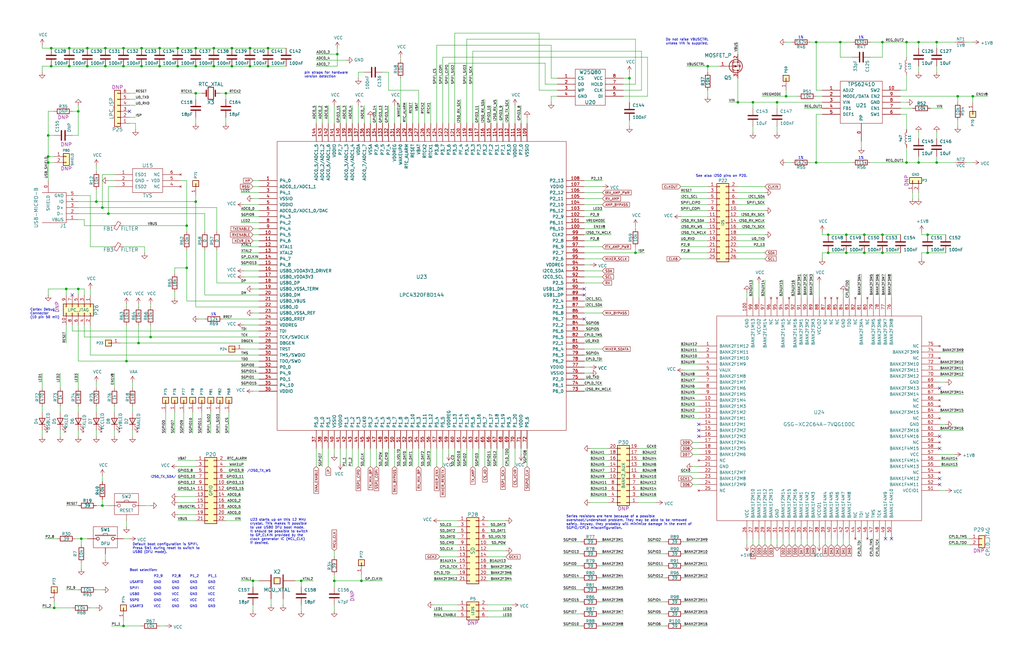
<source format=kicad_sch>
(kicad_sch (version 20211123) (generator eeschema)
  (paper "User" 431.8 279.4)
  (title_block (title "HackRF One") (date "2021-09-28") (rev "r9") (company "Copyright 2012-2020 Great Scott Gadgets") (comment 1 "Michael Ossmann") (comment 2 "Licensed under the CERN-OHL-P v2"))
  (junction (at 34.29 227.33))
  (junction (at 354.33 17.78))
  (junction (at 29.21 27.94))
  (junction (at 311.15 43.18))
  (junction (at 20.32 68.58))
  (junction (at 127 245.11))
  (junction (at 106.68 245.11))
  (junction (at 344.17 68.58))
  (junction (at 267.97 106.68))
  (junction (at 90.17 27.94))
  (junction (at 391.16 106.68))
  (junction (at 331.47 40.64))
  (junction (at 67.31 20.32))
  (junction (at 394.97 17.78))
  (junction (at 52.07 264.16))
  (junction (at 20.32 66.04))
  (junction (at 403.86 40.64))
  (junction (at 33.02 121.92))
  (junction (at 372.11 99.06))
  (junction (at 27.94 121.92))
  (junction (at 74.93 27.94))
  (junction (at 113.03 20.32))
  (junction (at 63.5 142.24))
  (junction (at 52.07 27.94))
  (junction (at 67.31 27.94))
  (junction (at 349.25 106.68))
  (junction (at 36.83 27.94))
  (junction (at 33.02 46.99))
  (junction (at 82.55 39.37))
  (junction (at 364.49 106.68))
  (junction (at 82.55 20.32))
  (junction (at 113.03 27.94))
  (junction (at 78.74 113.03))
  (junction (at 95.25 39.37))
  (junction (at 82.55 27.94))
  (junction (at 372.11 17.78))
  (junction (at 82.55 85.09))
  (junction (at 53.34 152.4))
  (junction (at 298.45 27.94))
  (junction (at 59.69 20.32))
  (junction (at 44.45 20.32))
  (junction (at 58.42 144.78))
  (junction (at 317.5 43.18))
  (junction (at 78.74 95.25))
  (junction (at 43.18 87.63))
  (junction (at 387.35 68.58))
  (junction (at 387.35 17.78))
  (junction (at 97.79 20.32))
  (junction (at 74.93 20.32))
  (junction (at 105.41 27.94))
  (junction (at 59.69 27.94))
  (junction (at 21.59 20.32))
  (junction (at 152.4 245.11))
  (junction (at 29.21 20.32))
  (junction (at 36.83 20.32))
  (junction (at 140.97 245.11))
  (junction (at 97.79 27.94))
  (junction (at 364.49 99.06))
  (junction (at 20.32 57.15))
  (junction (at 382.27 17.78))
  (junction (at 43.18 213.36))
  (junction (at 356.87 106.68))
  (junction (at 142.24 22.86))
  (junction (at 391.16 99.06))
  (junction (at 45.72 90.17))
  (junction (at 382.27 68.58))
  (junction (at 105.41 20.32))
  (junction (at 52.07 20.32))
  (junction (at 394.97 68.58))
  (junction (at 44.45 27.94))
  (junction (at 372.11 106.68))
  (junction (at 344.17 17.78))
  (junction (at 349.25 99.06))
  (junction (at 40.64 85.09))
  (junction (at 327.66 43.18))
  (junction (at 21.59 27.94))
  (junction (at 265.43 33.02))
  (junction (at 356.87 99.06))
  (junction (at 22.86 256.54))
  (junction (at 90.17 20.32))
  (junction (at 410.21 40.64))
  (no_connect (at 396.24 204.47))
  (no_connect (at 246.38 134.62))
  (no_connect (at 396.24 184.15))
  (no_connect (at 294.64 181.61))
  (no_connect (at 54.61 46.99))
  (no_connect (at 294.64 184.15))
  (no_connect (at 246.38 121.92))
  (no_connect (at 246.38 124.46))
  (no_connect (at 396.24 163.83))
  (no_connect (at 294.64 179.07))
  (no_connect (at 375.92 227.33))
  (no_connect (at 396.24 189.23))
  (no_connect (at 30.48 124.46))
  (no_connect (at 396.24 201.93))
  (no_connect (at 373.38 227.33))
  (wire (pts (xy 246.38 129.54) (xy 254 129.54)))
  (wire (pts (xy 265.43 33.02) (xy 265.43 43.18)))
  (wire (pts (xy 176.53 196.85) (xy 176.53 189.23)))
  (wire (pts (xy 394.97 30.48) (xy 394.97 27.94)))
  (wire (pts (xy 181.61 43.18) (xy 181.61 52.07)))
  (wire (pts (xy 382.27 17.78) (xy 382.27 24.13)))
  (wire (pts (xy 127 245.11) (xy 132.08 245.11)))
  (wire (pts (xy 322.58 101.6) (xy 311.15 101.6)))
  (wire (pts (xy 58.42 137.16) (xy 58.42 144.78)))
  (wire (pts (xy 382.27 68.58) (xy 382.27 62.23)))
  (wire (pts (xy 20.32 121.92) (xy 27.94 121.92)))
  (wire (pts (xy 142.24 22.86) (xy 142.24 20.32)))
  (wire (pts (xy 340.36 125.73) (xy 340.36 115.57)))
  (wire (pts (xy 254 86.36) (xy 246.38 86.36)))
  (wire (pts (xy 368.3 125.73) (xy 368.3 115.57)))
  (wire (pts (xy 382.27 38.1) (xy 379.73 38.1)))
  (wire (pts (xy 322.58 125.73) (xy 322.58 118.11)))
  (wire (pts (xy 135.89 189.23) (xy 135.89 196.85)))
  (wire (pts (xy 78.74 113.03) (xy 78.74 127)))
  (wire (pts (xy 151.13 30.48) (xy 153.67 30.48)))
  (wire (pts (xy 201.93 189.23) (xy 201.93 196.85)))
  (wire (pts (xy 246.38 99.06) (xy 257.81 99.06)))
  (wire (pts (xy 54.61 41.91) (xy 57.15 41.91)))
  (wire (pts (xy 102.87 199.39) (xy 95.25 199.39)))
  (wire (pts (xy 179.07 189.23) (xy 179.07 196.85)))
  (wire (pts (xy 222.25 189.23) (xy 222.25 196.85)))
  (wire (pts (xy 27.94 121.92) (xy 27.94 124.46)))
  (wire (pts (xy 280.67 264.16) (xy 273.05 264.16)))
  (wire (pts (xy 199.39 189.23) (xy 199.39 196.85)))
  (wire (pts (xy 109.22 109.22) (xy 101.6 109.22)))
  (wire (pts (xy 372.11 17.78) (xy 382.27 17.78)))
  (wire (pts (xy 30.48 137.16) (xy 30.48 139.7)))
  (wire (pts (xy 248.92 201.93) (xy 256.54 201.93)))
  (wire (pts (xy 354.33 24.13) (xy 359.41 24.13)))
  (wire (pts (xy 29.21 20.32) (xy 36.83 20.32)))
  (wire (pts (xy 353.06 227.33) (xy 353.06 229.87)))
  (wire (pts (xy 232.41 19.05) (xy 184.15 19.05)))
  (wire (pts (xy 185.42 237.49) (xy 193.04 237.49)))
  (wire (pts (xy 207.01 189.23) (xy 207.01 196.85)))
  (wire (pts (xy 171.45 196.85) (xy 171.45 189.23)))
  (wire (pts (xy 379.73 40.64) (xy 403.86 40.64)))
  (wire (pts (xy 29.21 27.94) (xy 36.83 27.94)))
  (wire (pts (xy 246.38 106.68) (xy 267.97 106.68)))
  (wire (pts (xy 153.67 189.23) (xy 153.67 196.85)))
  (wire (pts (xy 109.22 99.06) (xy 106.68 99.06)))
  (wire (pts (xy 394.97 68.58) (xy 402.59 68.58)))
  (wire (pts (xy 322.58 83.82) (xy 311.15 83.82)))
  (wire (pts (xy 21.59 20.32) (xy 29.21 20.32)))
  (wire (pts (xy 267.97 106.68) (xy 271.78 106.68)))
  (wire (pts (xy 267.97 95.25) (xy 267.97 96.52)))
  (wire (pts (xy 367.03 68.58) (xy 382.27 68.58)))
  (wire (pts (xy 354.33 17.78) (xy 354.33 24.13)))
  (wire (pts (xy 273.05 40.64) (xy 262.89 40.64)))
  (wire (pts (xy 33.02 85.09) (xy 40.64 85.09)))
  (wire (pts (xy 33.02 121.92) (xy 35.56 121.92)))
  (wire (pts (xy 307.34 43.18) (xy 311.15 43.18)))
  (wire (pts (xy 17.78 19.05) (xy 17.78 20.32)))
  (wire (pts (xy 54.61 49.53) (xy 57.15 49.53)))
  (wire (pts (xy 322.58 227.33) (xy 322.58 229.87)))
  (wire (pts (xy 246.38 165.1) (xy 257.81 165.1)))
  (wire (pts (xy 85.09 182.88) (xy 85.09 173.99)))
  (wire (pts (xy 269.24 196.85) (xy 276.86 196.85)))
  (wire (pts (xy 294.64 176.53) (xy 287.02 176.53)))
  (wire (pts (xy 342.9 125.73) (xy 342.9 115.57)))
  (wire (pts (xy 246.38 93.98) (xy 255.27 93.98)))
  (wire (pts (xy 246.38 83.82) (xy 254 83.82)))
  (wire (pts (xy 287.02 163.83) (xy 294.64 163.83)))
  (wire (pts (xy 90.17 27.94) (xy 97.79 27.94)))
  (wire (pts (xy 246.38 139.7) (xy 252.73 139.7)))
  (wire (pts (xy 410.21 40.64) (xy 416.56 40.64)))
  (wire (pts (xy 153.67 44.45) (xy 153.67 52.07)))
  (wire (pts (xy 82.55 217.17) (xy 74.93 217.17)))
  (wire (pts (xy 288.29 243.84) (xy 298.45 243.84)))
  (wire (pts (xy 248.92 191.77) (xy 256.54 191.77)))
  (wire (pts (xy 20.32 57.15) (xy 22.86 57.15)))
  (wire (pts (xy 82.55 199.39) (xy 74.93 199.39)))
  (wire (pts (xy 331.47 40.64) (xy 336.55 40.64)))
  (wire (pts (xy 367.03 24.13) (xy 372.11 24.13)))
  (wire (pts (xy 38.1 121.92) (xy 38.1 124.46)))
  (wire (pts (xy 58.42 144.78) (xy 109.22 144.78)))
  (wire (pts (xy 280.67 243.84) (xy 273.05 243.84)))
  (wire (pts (xy 43.18 213.36) (xy 43.18 210.82)))
  (wire (pts (xy 33.02 213.36) (xy 27.94 213.36)))
  (wire (pts (xy 205.74 242.57) (xy 215.9 242.57)))
  (wire (pts (xy 152.4 245.11) (xy 161.29 245.11)))
  (wire (pts (xy 334.01 68.58) (xy 331.47 68.58)))
  (wire (pts (xy 55.88 161.29) (xy 55.88 163.83)))
  (wire (pts (xy 227.33 38.1) (xy 234.95 38.1)))
  (wire (pts (xy 151.13 44.45) (xy 151.13 52.07)))
  (wire (pts (xy 43.18 248.92) (xy 40.64 248.92)))
  (wire (pts (xy 245.11 243.84) (xy 237.49 243.84)))
  (wire (pts (xy 48.26 157.48) (xy 48.26 163.83)))
  (wire (pts (xy 252.73 238.76) (xy 262.89 238.76)))
  (wire (pts (xy 311.15 86.36) (xy 322.58 86.36)))
  (wire (pts (xy 394.97 17.78) (xy 402.59 17.78)))
  (wire (pts (xy 82.55 27.94) (xy 90.17 27.94)))
  (wire (pts (xy 246.38 96.52) (xy 255.27 96.52)))
  (wire (pts (xy 33.02 171.45) (xy 33.02 173.99)))
  (wire (pts (xy 407.67 17.78) (xy 410.21 17.78)))
  (wire (pts (xy 74.93 194.31) (xy 82.55 194.31)))
  (wire (pts (xy 245.11 248.92) (xy 237.49 248.92)))
  (wire (pts (xy 40.64 256.54) (xy 38.1 256.54)))
  (wire (pts (xy 90.17 20.32) (xy 97.79 20.32)))
  (wire (pts (xy 288.29 259.08) (xy 298.45 259.08)))
  (wire (pts (xy 214.63 189.23) (xy 214.63 196.85)))
  (wire (pts (xy 331.47 38.1) (xy 331.47 40.64)))
  (wire (pts (xy 81.28 182.88) (xy 81.28 173.99)))
  (wire (pts (xy 382.27 43.18) (xy 379.73 43.18)))
  (wire (pts (xy 408.94 229.87) (xy 400.05 229.87)))
  (wire (pts (xy 280.67 228.6) (xy 273.05 228.6)))
  (wire (pts (xy 256.54 199.39) (xy 248.92 199.39)))
  (wire (pts (xy 384.81 45.72) (xy 379.73 45.72)))
  (wire (pts (xy 46.99 264.16) (xy 52.07 264.16)))
  (wire (pts (xy 287.02 173.99) (xy 294.64 173.99)))
  (wire (pts (xy 63.5 142.24) (xy 109.22 142.24)))
  (wire (pts (xy 102.87 114.3) (xy 109.22 114.3)))
  (wire (pts (xy 60.96 213.36) (xy 63.5 213.36)))
  (wire (pts (xy 73.66 113.03) (xy 73.66 115.57)))
  (wire (pts (xy 246.38 132.08) (xy 254 132.08)))
  (wire (pts (xy 82.55 209.55) (xy 74.93 209.55)))
  (wire (pts (xy 181.61 189.23) (xy 181.61 196.85)))
  (wire (pts (xy 156.21 189.23) (xy 156.21 196.85)))
  (wire (pts (xy 95.25 52.07) (xy 95.25 49.53)))
  (wire (pts (xy 78.74 76.2) (xy 78.74 95.25)))
  (wire (pts (xy 252.73 254) (xy 262.89 254)))
  (wire (pts (xy 349.25 106.68) (xy 356.87 106.68)))
  (wire (pts (xy 396.24 179.07) (xy 398.78 179.07)))
  (wire (pts (xy 367.03 17.78) (xy 372.11 17.78)))
  (wire (pts (xy 288.29 264.16) (xy 298.45 264.16)))
  (wire (pts (xy 17.78 256.54) (xy 22.86 256.54)))
  (wire (pts (xy 252.73 233.68) (xy 262.89 233.68)))
  (wire (pts (xy 387.35 17.78) (xy 387.35 20.32)))
  (wire (pts (xy 30.48 46.99) (xy 33.02 46.99)))
  (wire (pts (xy 322.58 81.28) (xy 311.15 81.28)))
  (wire (pts (xy 327.66 43.18) (xy 346.71 43.18)))
  (wire (pts (xy 138.43 52.07) (xy 138.43 44.45)))
  (wire (pts (xy 396.24 148.59) (xy 406.4 148.59)))
  (wire (pts (xy 276.86 209.55) (xy 269.24 209.55)))
  (wire (pts (xy 185.42 219.71) (xy 193.04 219.71)))
  (wire (pts (xy 138.43 196.85) (xy 138.43 189.23)))
  (wire (pts (xy 212.09 52.07) (xy 212.09 44.45)))
  (wire (pts (xy 280.67 233.68) (xy 273.05 233.68)))
  (wire (pts (xy 294.64 158.75) (xy 287.02 158.75)))
  (wire (pts (xy 317.5 227.33) (xy 317.5 229.87)))
  (wire (pts (xy 143.51 52.07) (xy 143.51 44.45)))
  (wire (pts (xy 78.74 105.41) (xy 78.74 113.03)))
  (wire (pts (xy 176.53 38.1) (xy 176.53 52.07)))
  (wire (pts (xy 248.92 207.01) (xy 256.54 207.01)))
  (wire (pts (xy 133.35 22.86) (xy 142.24 22.86)))
  (wire (pts (xy 109.22 78.74) (xy 106.68 78.74)))
  (wire (pts (xy 317.5 43.18) (xy 327.66 43.18)))
  (wire (pts (xy 152.4 242.57) (xy 152.4 245.11)))
  (wire (pts (xy 82.55 20.32) (xy 90.17 20.32)))
  (wire (pts (xy 294.64 171.45) (xy 287.02 171.45)))
  (wire (pts (xy 140.97 191.77) (xy 140.97 189.23)))
  (wire (pts (xy 101.6 111.76) (xy 109.22 111.76)))
  (wire (pts (xy 127 247.65) (xy 127 245.11)))
  (wire (pts (xy 96.52 182.88) (xy 96.52 173.99)))
  (wire (pts (xy 20.32 66.04) (xy 20.32 68.58)))
  (wire (pts (xy 74.93 201.93) (xy 82.55 201.93)))
  (wire (pts (xy 205.74 229.87) (xy 213.36 229.87)))
  (wire (pts (xy 163.83 30.48) (xy 163.83 38.1)))
  (wire (pts (xy 344.17 40.64) (xy 346.71 40.64)))
  (wire (pts (xy 288.29 156.21) (xy 294.64 156.21)))
  (wire (pts (xy 215.9 260.35) (xy 205.74 260.35)))
  (wire (pts (xy 358.14 227.33) (xy 358.14 229.87)))
  (wire (pts (xy 254 127) (xy 246.38 127)))
  (wire (pts (xy 109.22 162.56) (xy 101.6 162.56)))
  (wire (pts (xy 133.35 27.94) (xy 142.24 27.94)))
  (wire (pts (xy 17.78 181.61) (xy 17.78 184.15)))
  (wire (pts (xy 327.66 43.18) (xy 327.66 45.72)))
  (wire (pts (xy 287.02 91.44) (xy 298.45 91.44)))
  (wire (pts (xy 163.83 52.07) (xy 163.83 44.45)))
  (wire (pts (xy 273.05 238.76) (xy 280.67 238.76)))
  (wire (pts (xy 287.02 106.68) (xy 298.45 106.68)))
  (wire (pts (xy 322.58 106.68) (xy 311.15 106.68)))
  (wire (pts (xy 43.18 213.36) (xy 45.72 213.36)))
  (wire (pts (xy 347.98 227.33) (xy 347.98 229.87)))
  (wire (pts (xy 20.32 121.92) (xy 20.32 124.46)))
  (wire (pts (xy 396.24 173.99) (xy 406.4 173.99)))
  (wire (pts (xy 215.9 245.11) (xy 205.74 245.11)))
  (wire (pts (xy 60.96 104.14) (xy 60.96 106.68)))
  (wire (pts (xy 246.38 101.6) (xy 252.73 101.6)))
  (wire (pts (xy 168.91 24.13) (xy 168.91 25.4)))
  (wire (pts (xy 294.64 151.13) (xy 287.02 151.13)))
  (wire (pts (xy 73.66 125.73) (xy 73.66 123.19)))
  (wire (pts (xy 82.55 39.37) (xy 85.09 39.37)))
  (wire (pts (xy 254 76.2) (xy 246.38 76.2)))
  (wire (pts (xy 245.11 259.08) (xy 237.49 259.08)))
  (wire (pts (xy 314.96 125.73) (xy 314.96 123.19)))
  (wire (pts (xy 101.6 88.9) (xy 109.22 88.9)))
  (wire (pts (xy 334.01 17.78) (xy 331.47 17.78)))
  (wire (pts (xy 166.37 44.45) (xy 166.37 52.07)))
  (wire (pts (xy 384.81 83.82) (xy 384.81 81.28)))
  (wire (pts (xy 294.64 186.69) (xy 292.1 186.69)))
  (wire (pts (xy 25.4 181.61) (xy 25.4 184.15)))
  (wire (pts (xy 246.38 142.24) (xy 254 142.24)))
  (wire (pts (xy 95.25 209.55) (xy 101.6 209.55)))
  (wire (pts (xy 20.32 66.04) (xy 22.86 66.04)))
  (wire (pts (xy 33.02 152.4) (xy 33.02 137.16)))
  (wire (pts (xy 21.59 27.94) (xy 29.21 27.94)))
  (wire (pts (xy 182.88 242.57) (xy 193.04 242.57)))
  (wire (pts (xy 298.45 27.94) (xy 303.53 27.94)))
  (wire (pts (xy 311.15 22.86) (xy 311.15 17.78)))
  (wire (pts (xy 246.38 88.9) (xy 254 88.9)))
  (wire (pts (xy 63.5 137.16) (xy 63.5 142.24)))
  (wire (pts (xy 34.29 227.33) (xy 36.83 227.33)))
  (wire (pts (xy 45.72 78.74) (xy 45.72 90.17)))
  (wire (pts (xy 287.02 83.82) (xy 298.45 83.82)))
  (wire (pts (xy 40.64 80.01) (xy 40.64 85.09)))
  (wire (pts (xy 398.78 207.01) (xy 396.24 207.01)))
  (wire (pts (xy 113.03 27.94) (xy 120.65 27.94)))
  (wire (pts (xy 314.96 229.87) (xy 314.96 227.33)))
  (wire (pts (xy 54.61 44.45) (xy 57.15 44.45)))
  (wire (pts (xy 394.97 68.58) (xy 394.97 66.04)))
  (wire (pts (xy 248.92 154.94) (xy 246.38 154.94)))
  (wire (pts (xy 191.77 13.97) (xy 191.77 52.07)))
  (wire (pts (xy 95.25 207.01) (xy 102.87 207.01)))
  (wire (pts (xy 388.62 106.68) (xy 388.62 109.22)))
  (wire (pts (xy 382.27 68.58) (xy 387.35 68.58)))
  (wire (pts (xy 403.86 40.64) (xy 410.21 40.64)))
  (wire (pts (xy 40.64 163.83) (xy 40.64 161.29)))
  (wire (pts (xy 322.58 91.44) (xy 311.15 91.44)))
  (wire (pts (xy 40.64 85.09) (xy 82.55 85.09)))
  (wire (pts (xy 102.87 116.84) (xy 109.22 116.84)))
  (wire (pts (xy 294.64 204.47) (xy 292.1 204.47)))
  (wire (pts (xy 209.55 189.23) (xy 209.55 196.85)))
  (wire (pts (xy 44.45 236.22) (xy 44.45 233.68)))
  (wire (pts (xy 387.35 83.82) (xy 387.35 81.28)))
  (wire (pts (xy 35.56 121.92) (xy 35.56 124.46)))
  (wire (pts (xy 20.32 68.58) (xy 20.32 76.2)))
  (wire (pts (xy 74.93 20.32) (xy 82.55 20.32)))
  (wire (pts (xy 34.29 229.87) (xy 34.29 227.33)))
  (wire (pts (xy 52.07 264.16) (xy 59.69 264.16)))
  (wire (pts (xy 95.25 214.63) (xy 101.6 214.63)))
  (wire (pts (xy 106.68 257.81) (xy 106.68 255.27)))
  (wire (pts (xy 194.31 189.23) (xy 194.31 196.85)))
  (wire (pts (xy 158.75 189.23) (xy 158.75 196.85)))
  (wire (pts (xy 140.97 257.81) (xy 140.97 255.27)))
  (wire (pts (xy 344.17 48.26) (xy 346.71 48.26)))
  (wire (pts (xy 196.85 189.23) (xy 196.85 196.85)))
  (wire (pts (xy 133.35 25.4) (xy 146.05 25.4)))
  (wire (pts (xy 363.22 115.57) (xy 363.22 125.73)))
  (wire (pts (xy 109.22 149.86) (xy 38.1 149.86)))
  (wire (pts (xy 322.58 88.9) (xy 311.15 88.9)))
  (wire (pts (xy 36.83 20.32) (xy 44.45 20.32)))
  (wire (pts (xy 396.24 158.75) (xy 406.4 158.75)))
  (wire (pts (xy 52.07 261.62) (xy 52.07 264.16)))
  (wire (pts (xy 31.75 227.33) (xy 34.29 227.33)))
  (wire (pts (xy 387.35 30.48) (xy 387.35 27.94)))
  (wire (pts (xy 69.85 182.88) (xy 69.85 173.99)))
  (wire (pts (xy 217.17 189.23) (xy 217.17 196.85)))
  (wire (pts (xy 248.92 111.76) (xy 246.38 111.76)))
  (wire (pts (xy 364.49 99.06) (xy 372.11 99.06)))
  (wire (pts (xy 280.67 254) (xy 273.05 254)))
  (wire (pts (xy 186.69 24.13) (xy 186.69 52.07)))
  (wire (pts (xy 213.36 237.49) (xy 205.74 237.49)))
  (wire (pts (xy 140.97 245.11) (xy 152.4 245.11)))
  (wire (pts (xy 294.64 166.37) (xy 287.02 166.37)))
  (wire (pts (xy 35.56 137.16) (xy 35.56 142.24)))
  (wire (pts (xy 205.74 227.33) (xy 213.36 227.33)))
  (wire (pts (xy 91.44 87.63) (xy 91.44 97.79)))
  (wire (pts (xy 341.63 17.78) (xy 344.17 17.78)))
  (wire (pts (xy 33.02 157.48) (xy 33.02 163.83)))
  (wire (pts (xy 273.05 24.13) (xy 273.05 40.64)))
  (wire (pts (xy 252.73 259.08) (xy 262.89 259.08)))
  (wire (pts (xy 95.25 39.37) (xy 95.25 41.91)))
  (wire (pts (xy 317.5 43.18) (xy 317.5 45.72)))
  (wire (pts (xy 193.04 232.41) (xy 185.42 232.41)))
  (wire (pts (xy 246.38 160.02) (xy 252.73 160.02)))
  (wire (pts (xy 364.49 106.68) (xy 372.11 106.68)))
  (wire (pts (xy 363.22 62.23) (xy 363.22 59.69)))
  (wire (pts (xy 344.17 17.78) (xy 354.33 17.78)))
  (wire (pts (xy 407.67 68.58) (xy 410.21 68.58)))
  (wire (pts (xy 106.68 247.65) (xy 106.68 245.11)))
  (wire (pts (xy 193.04 234.95) (xy 185.42 234.95)))
  (wire (pts (xy 74.93 207.01) (xy 82.55 207.01)))
  (wire (pts (xy 102.87 137.16) (xy 109.22 137.16)))
  (wire (pts (xy 356.87 106.68) (xy 364.49 106.68)))
  (wire (pts (xy 245.11 238.76) (xy 237.49 238.76)))
  (wire (pts (xy 148.59 189.23) (xy 148.59 196.85)))
  (wire (pts (xy 43.18 200.66) (xy 43.18 203.2)))
  (wire (pts (xy 30.48 139.7) (xy 109.22 139.7)))
  (wire (pts (xy 189.23 191.77) (xy 189.23 189.23)))
  (wire (pts (xy 391.16 99.06) (xy 398.78 99.06)))
  (wire (pts (xy 34.29 240.03) (xy 34.29 237.49)))
  (wire (pts (xy 151.13 33.02) (xy 151.13 30.48)))
  (wire (pts (xy 102.87 86.36) (xy 109.22 86.36)))
  (wire (pts (xy 25.4 157.48) (xy 25.4 163.83)))
  (wire (pts (xy 82.55 39.37) (xy 82.55 41.91)))
  (wire (pts (xy 320.04 125.73) (xy 320.04 119.38)))
  (wire (pts (xy 287.02 109.22) (xy 298.45 109.22)))
  (wire (pts (xy 67.31 27.94) (xy 74.93 27.94)))
  (wire (pts (xy 246.38 144.78) (xy 252.73 144.78)))
  (wire (pts (xy 232.41 43.18) (xy 232.41 40.64)))
  (wire (pts (xy 33.02 152.4) (xy 53.34 152.4)))
  (wire (pts (xy 17.78 20.32) (xy 21.59 20.32)))
  (wire (pts (xy 78.74 113.03) (xy 73.66 113.03)))
  (wire (pts (xy 156.21 49.53) (xy 156.21 52.07)))
  (wire (pts (xy 254 116.84) (xy 246.38 116.84)))
  (wire (pts (xy 82.55 129.54) (xy 109.22 129.54)))
  (wire (pts (xy 396.24 194.31) (xy 403.86 194.31)))
  (wire (pts (xy 106.68 76.2) (xy 109.22 76.2)))
  (wire (pts (xy 254 78.74) (xy 246.38 78.74)))
  (wire (pts (xy 193.04 222.25) (xy 185.42 222.25)))
  (wire (pts (xy 24.13 227.33) (xy 19.05 227.33)))
  (wire (pts (xy 101.6 219.71) (xy 95.25 219.71)))
  (wire (pts (xy 95.25 212.09) (xy 101.6 212.09)))
  (wire (pts (xy 193.04 229.87) (xy 185.42 229.87)))
  (wire (pts (xy 287.02 88.9) (xy 298.45 88.9)))
  (wire (pts (xy 388.62 106.68) (xy 391.16 106.68)))
  (wire (pts (xy 91.44 105.41) (xy 91.44 119.38)))
  (wire (pts (xy 335.28 125.73) (xy 335.28 118.11)))
  (wire (pts (xy 287.02 199.39) (xy 294.64 199.39)))
  (wire (pts (xy 370.84 227.33) (xy 370.84 234.95)))
  (wire (pts (xy 59.69 27.94) (xy 67.31 27.94)))
  (wire (pts (xy 276.86 199.39) (xy 269.24 199.39)))
  (wire (pts (xy 102.87 196.85) (xy 95.25 196.85)))
  (wire (pts (xy 387.35 68.58) (xy 394.97 68.58)))
  (wire (pts (xy 335.28 227.33) (xy 335.28 229.87)))
  (wire (pts (xy 311.15 33.02) (xy 311.15 43.18)))
  (wire (pts (xy 40.64 171.45) (xy 40.64 173.99)))
  (wire (pts (xy 254 81.28) (xy 246.38 81.28)))
  (wire (pts (xy 349.25 99.06) (xy 356.87 99.06)))
  (wire (pts (xy 55.88 181.61) (xy 55.88 184.15)))
  (wire (pts (xy 403.86 43.18) (xy 403.86 40.64)))
  (wire (pts (xy 209.55 52.07) (xy 209.55 41.91)))
  (wire (pts (xy 372.11 99.06) (xy 379.73 99.06)))
  (wire (pts (xy 245.11 233.68) (xy 237.49 233.68)))
  (wire (pts (xy 182.88 255.27) (xy 193.04 255.27)))
  (wire (pts (xy 204.47 196.85) (xy 204.47 189.23)))
  (wire (pts (xy 294.64 196.85) (xy 292.1 196.85)))
  (wire (pts (xy 109.22 93.98) (xy 101.6 93.98)))
  (wire (pts (xy 337.82 125.73) (xy 337.82 115.57)))
  (wire (pts (xy 161.29 52.07) (xy 161.29 44.45)))
  (wire (pts (xy 246.38 149.86) (xy 252.73 149.86)))
  (wire (pts (xy 232.41 40.64) (xy 234.95 40.64)))
  (wire (pts (xy 35.56 95.25) (xy 35.56 92.71)))
  (wire (pts (xy 330.2 125.73) (xy 330.2 118.11)))
  (wire (pts (xy 375.92 115.57) (xy 375.92 125.73)))
  (wire (pts (xy 287.02 101.6) (xy 298.45 101.6)))
  (wire (pts (xy 53.34 128.27) (xy 53.34 129.54)))
  (wire (pts (xy 17.78 163.83) (xy 17.78 157.48)))
  (wire (pts (xy 207.01 52.07) (xy 207.01 44.45)))
  (wire (pts (xy 205.74 224.79) (xy 213.36 224.79)))
  (wire (pts (xy 298.45 96.52) (xy 287.02 96.52)))
  (wire (pts (xy 276.86 191.77) (xy 269.24 191.77)))
  (wire (pts (xy 372.11 24.13) (xy 372.11 17.78)))
  (wire (pts (xy 193.04 227.33) (xy 185.42 227.33)))
  (wire (pts (xy 396.24 153.67) (xy 406.4 153.67)))
  (wire (pts (xy 109.22 96.52) (xy 106.68 96.52)))
  (wire (pts (xy 25.4 171.45) (xy 25.4 173.99)))
  (wire (pts (xy 215.9 240.03) (xy 205.74 240.03)))
  (wire (pts (xy 143.51 195.58) (xy 143.51 189.23)))
  (wire (pts (xy 322.58 78.74) (xy 311.15 78.74)))
  (wire (pts (xy 17.78 171.45) (xy 17.78 173.99)))
  (wire (pts (xy 86.36 105.41) (xy 86.36 124.46)))
  (wire (pts (xy 363.22 227.33) (xy 363.22 234.95)))
  (wire (pts (xy 245.11 254) (xy 237.49 254)))
  (wire (pts (xy 219.71 52.07) (xy 219.71 44.45)))
  (wire (pts (xy 346.71 38.1) (xy 344.17 38.1)))
  (wire (pts (xy 317.5 125.73) (xy 317.5 118.11)))
  (wire (pts (xy 267.97 16.51) (xy 267.97 35.56)))
  (wire (pts (xy 33.02 90.17) (xy 45.72 90.17)))
  (wire (pts (xy 256.54 194.31) (xy 248.92 194.31)))
  (wire (pts (xy 92.71 182.88) (xy 92.71 173.99)))
  (wire (pts (xy 104.14 194.31) (xy 95.25 194.31)))
  (wire (pts (xy 256.54 209.55) (xy 248.92 209.55)))
  (wire (pts (xy 248.92 212.09) (xy 256.54 212.09)))
  (wire (pts (xy 252.73 264.16) (xy 262.89 264.16)))
  (wire (pts (xy 354.33 17.78) (xy 359.41 17.78)))
  (wire (pts (xy 267.97 35.56) (xy 262.89 35.56)))
  (wire (pts (xy 93.98 134.62) (xy 109.22 134.62)))
  (wire (pts (xy 67.31 20.32) (xy 74.93 20.32)))
  (wire (pts (xy 344.17 68.58) (xy 359.41 68.58)))
  (wire (pts (xy 287.02 99.06) (xy 298.45 99.06)))
  (wire (pts (xy 109.22 106.68) (xy 101.6 106.68)))
  (wire (pts (xy 262.89 33.02) (xy 265.43 33.02)))
  (wire (pts (xy 270.51 21.59) (xy 270.51 38.1)))
  (wire (pts (xy 265.43 53.34) (xy 265.43 50.8)))
  (wire (pts (xy 344.17 68.58) (xy 344.17 48.26)))
  (wire (pts (xy 20.32 57.15) (xy 20.32 66.04)))
  (wire (pts (xy 229.87 35.56) (xy 234.95 35.56)))
  (wire (pts (xy 40.64 181.61) (xy 40.64 184.15)))
  (wire (pts (xy 287.02 168.91) (xy 294.64 168.91)))
  (wire (pts (xy 88.9 182.88) (xy 88.9 173.99)))
  (wire (pts (xy 322.58 99.06) (xy 311.15 99.06)))
  (wire (pts (xy 256.54 189.23) (xy 248.92 189.23)))
  (wire (pts (xy 246.38 162.56) (xy 254 162.56)))
  (wire (pts (xy 396.24 156.21) (xy 406.4 156.21)))
  (wire (pts (xy 106.68 83.82) (xy 109.22 83.82)))
  (wire (pts (xy 168.91 33.02) (xy 168.91 52.07)))
  (wire (pts (xy 254 147.32) (xy 246.38 147.32)))
  (wire (pts (xy 146.05 189.23) (xy 146.05 196.85)))
  (wire (pts (xy 339.09 45.72) (xy 346.71 45.72)))
  (wire (pts (xy 109.22 101.6) (xy 106.68 101.6)))
  (wire (pts (xy 294.64 191.77) (xy 292.1 191.77)))
  (wire (pts (xy 52.07 227.33) (xy 54.61 227.33)))
  (wire (pts (xy 394.97 17.78) (xy 394.97 20.32)))
  (wire (pts (xy 36.83 27.94) (xy 44.45 27.94)))
  (wire (pts (xy 48.26 78.74) (xy 45.72 78.74)))
  (wire (pts (xy 50.8 144.78) (xy 58.42 144.78)))
  (wire (pts (xy 265.43 30.48) (xy 265.43 33.02)))
  (wire (pts (xy 321.31 40.64) (xy 331.47 40.64)))
  (wire (pts (xy 73.66 182.88) (xy 73.66 173.99)))
  (wire (pts (xy 288.29 228.6) (xy 298.45 228.6)))
  (wire (pts (xy 410.21 40.64) (xy 410.21 43.18)))
  (wire (pts (xy 396.24 161.29) (xy 398.78 161.29)))
  (wire (pts (xy 246.38 91.44) (xy 252.73 91.44)))
  (wire (pts (xy 105.41 27.94) (xy 113.03 27.94)))
  (wire (pts (xy 105.41 20.32) (xy 113.03 20.32)))
  (wire (pts (xy 127 257.81) (xy 127 255.27)))
  (wire (pts (xy 287.02 104.14) (xy 298.45 104.14)))
  (wire (pts (xy 373.38 125.73) (xy 373.38 115.57)))
  (wire (pts (xy 391.16 106.68) (xy 398.78 106.68)))
  (wire (pts (xy 179.07 52.07) (xy 179.07 43.18)))
  (wire (pts (xy 102.87 204.47) (xy 95.25 204.47)))
  (wire (pts (xy 294.64 146.05) (xy 287.02 146.05)))
  (wire (pts (xy 109.22 81.28) (xy 101.6 81.28)))
  (wire (pts (xy 135.89 44.45) (xy 135.89 52.07)))
  (wire (pts (xy 368.3 227.33) (xy 368.3 234.95)))
  (wire (pts (xy 358.14 125.73) (xy 358.14 118.11)))
  (wire (pts (xy 53.34 219.71) (xy 53.34 222.25)))
  (wire (pts (xy 109.22 154.94) (xy 101.6 154.94)))
  (wire (pts (xy 396.24 196.85) (xy 403.86 196.85)))
  (wire (pts (xy 248.92 157.48) (xy 246.38 157.48)))
  (wire (pts (xy 322.58 104.14) (xy 311.15 104.14)))
  (wire (pts (xy 76.2 39.37) (xy 82.55 39.37)))
  (wire (pts (xy 151.13 196.85) (xy 151.13 189.23)))
  (wire (pts (xy 408.94 227.33) (xy 400.05 227.33)))
  (wire (pts (xy 196.85 16.51) (xy 267.97 16.51)))
  (wire (pts (xy 227.33 13.97) (xy 227.33 38.1)))
  (wire (pts (xy 191.77 189.23) (xy 191.77 196.85)))
  (wire (pts (xy 53.34 152.4) (xy 109.22 152.4)))
  (wire (pts (xy 270.51 38.1) (xy 262.89 38.1)))
  (wire (pts (xy 27.94 137.16) (xy 27.94 144.78)))
  (wire (pts (xy 53.34 137.16) (xy 53.34 152.4)))
  (wire (pts (xy 327.66 229.87) (xy 327.66 227.33)))
  (wire (pts (xy 289.56 27.94) (xy 298.45 27.94)))
  (wire (pts (xy 33.02 87.63) (xy 43.18 87.63)))
  (wire (pts (xy 330.2 227.33) (xy 330.2 229.87)))
  (wire (pts (xy 78.74 127) (xy 109.22 127)))
  (wire (pts (xy 196.85 52.07) (xy 196.85 16.51)))
  (wire (pts (xy 22.86 254) (xy 22.86 256.54)))
  (wire (pts (xy 146.05 44.45) (xy 146.05 52.07)))
  (wire (pts (xy 325.12 227.33) (xy 325.12 229.87)))
  (wire (pts (xy 193.04 240.03) (xy 185.42 240.03)))
  (wire (pts (xy 43.18 73.66) (xy 48.26 73.66)))
  (wire (pts (xy 298.45 86.36) (xy 287.02 86.36)))
  (wire (pts (xy 97.79 27.94) (xy 105.41 27.94)))
  (wire (pts (xy 140.97 234.95) (xy 140.97 232.41)))
  (wire (pts (xy 182.88 245.11) (xy 193.04 245.11)))
  (wire (pts (xy 245.11 228.6) (xy 237.49 228.6)))
  (wire (pts (xy 370.84 115.57) (xy 370.84 125.73)))
  (wire (pts (xy 287.02 148.59) (xy 294.64 148.59)))
  (wire (pts (xy 133.35 189.23) (xy 133.35 196.85)))
  (wire (pts (xy 67.31 264.16) (xy 69.85 264.16)))
  (wire (pts (xy 346.71 97.79) (xy 346.71 99.06)))
  (wire (pts (xy 86.36 90.17) (xy 86.36 97.79)))
  (wire (pts (xy 124.46 245.11) (xy 127 245.11)))
  (wire (pts (xy 217.17 44.45) (xy 217.17 52.07)))
  (wire (pts (xy 52.07 104.14) (xy 60.96 104.14)))
  (wire (pts (xy 163.83 189.23) (xy 163.83 196.85)))
  (wire (pts (xy 246.38 152.4) (xy 254 152.4)))
  (wire (pts (xy 106.68 121.92) (xy 109.22 121.92)))
  (wire (pts (xy 101.6 104.14) (xy 109.22 104.14)))
  (wire (pts (xy 342.9 227.33) (xy 342.9 229.87)))
  (wire (pts (xy 219.71 191.77) (xy 219.71 189.23)))
  (wire (pts (xy 161.29 189.23) (xy 161.29 196.85)))
  (wire (pts (xy 248.92 196.85) (xy 256.54 196.85)))
  (wire (pts (xy 48.26 171.45) (xy 48.26 173.99)))
  (wire (pts (xy 252.73 228.6) (xy 262.89 228.6)))
  (wire (pts (xy 234.95 33.02) (xy 232.41 33.02)))
  (wire (pts (xy 109.22 157.48) (xy 101.6 157.48)))
  (wire (pts (xy 20.32 46.99) (xy 20.32 57.15)))
  (wire (pts (xy 320.04 227.33) (xy 320.04 229.87)))
  (wire (pts (xy 269.24 207.01) (xy 276.86 207.01)))
  (wire (pts (xy 82.55 214.63) (xy 74.93 214.63)))
  (wire (pts (xy 45.72 76.2) (xy 48.26 76.2)))
  (wire (pts (xy 43.18 87.63) (xy 91.44 87.63)))
  (wire (pts (xy 346.71 99.06) (xy 349.25 99.06)))
  (wire (pts (xy 44.45 20.32) (xy 52.07 20.32)))
  (wire (pts (xy 54.61 39.37) (xy 57.15 39.37)))
  (wire (pts (xy 82.55 212.09) (xy 74.93 212.09)))
  (wire (pts (xy 82.55 85.09) (xy 82.55 129.54)))
  (wire (pts (xy 276.86 212.09) (xy 269.24 212.09)))
  (wire (pts (xy 294.64 189.23) (xy 292.1 189.23)))
  (wire (pts (xy 166.37 189.23) (xy 166.37 196.85)))
  (wire (pts (xy 212.09 189.23) (xy 212.09 196.85)))
  (wire (pts (xy 140.97 44.45) (xy 140.97 52.07)))
  (wire (pts (xy 48.26 181.61) (xy 48.26 184.15)))
  (wire (pts (xy 182.88 260.35) (xy 193.04 260.35)))
  (wire (pts (xy 246.38 109.22) (xy 254 109.22)))
  (wire (pts (xy 95.25 39.37) (xy 101.6 39.37)))
  (wire (pts (xy 287.02 81.28) (xy 298.45 81.28)))
  (wire (pts (xy 33.02 46.99) (xy 33.02 57.15)))
  (wire (pts (xy 294.64 161.29) (xy 287.02 161.29)))
  (wire (pts (xy 346.71 106.68) (xy 346.71 109.22)))
  (wire (pts (xy 298.45 27.94) (xy 298.45 30.48)))
  (wire (pts (xy 33.02 181.61) (xy 33.02 184.15)))
  (wire (pts (xy 35.56 95.25) (xy 46.99 95.25)))
  (wire (pts (xy 222.25 49.53) (xy 222.25 52.07)))
  (wire (pts (xy 341.63 68.58) (xy 344.17 68.58)))
  (wire (pts (xy 344.17 38.1) (xy 344.17 17.78)))
  (wire (pts (xy 394.97 55.88) (xy 394.97 58.42)))
  (wire (pts (xy 396.24 181.61) (xy 406.4 181.61)))
  (wire (pts (xy 327.66 53.34) (xy 327.66 55.88)))
  (wire (pts (xy 59.69 20.32) (xy 67.31 20.32)))
  (wire (pts (xy 92.71 39.37) (xy 95.25 39.37)))
  (wire (pts (xy 193.04 224.79) (xy 185.42 224.79)))
  (wire (pts (xy 76.2 76.2) (xy 78.74 76.2)))
  (wire (pts (xy 33.02 57.15) (xy 30.48 57.15)))
  (wire (pts (xy 205.74 222.25) (xy 213.36 222.25)))
  (wire (pts (xy 387.35 55.88) (xy 387.35 58.42)))
  (wire (pts (xy 215.9 255.27) (xy 205.74 255.27)))
  (wire (pts (xy 345.44 229.87) (xy 345.44 227.33)))
  (wire (pts (xy 252.73 137.16) (xy 246.38 137.16)))
  (wire (pts (xy 229.87 26.67) (xy 229.87 35.56)))
  (wire (pts (xy 387.35 68.58) (xy 387.35 66.04)))
  (wire (pts (xy 113.03 20.32) (xy 120.65 20.32)))
  (wire (pts (xy 252.73 248.92) (xy 262.89 248.92)))
  (wire (pts (xy 173.99 189.23) (xy 173.99 196.85)))
  (wire (pts (xy 382.27 17.78) (xy 387.35 17.78)))
  (wire (pts (xy 119.38 255.27) (xy 119.38 252.73)))
  (wire (pts (xy 33.02 121.92) (xy 33.02 124.46)))
  (wire (pts (xy 173.99 43.18) (xy 173.99 52.07)))
  (wire (pts (xy 184.15 189.23) (xy 184.15 196.85)))
  (wire (pts (xy 403.86 53.34) (xy 403.86 50.8)))
  (wire (pts (xy 276.86 189.23) (xy 269.24 189.23)))
  (wire (pts (xy 288.29 254) (xy 298.45 254)))
  (wire (pts (xy 86.36 124.46) (xy 109.22 124.46)))
  (wire (pts (xy 287.02 93.98) (xy 298.45 93.98)))
  (wire (pts (xy 57.15 52.07) (xy 54.61 52.07)))
  (wire (pts (xy 109.22 147.32) (xy 102.87 147.32)))
  (wire (pts (xy 52.07 95.25) (xy 78.74 95.25)))
  (wire (pts (xy 204.47 52.07) (xy 204.47 41.91)))
  (wire (pts (xy 114.3 255.27) (xy 114.3 252.73)))
  (wire (pts (xy 276.86 204.47) (xy 269.24 204.47)))
  (wire (pts (xy 402.59 191.77) (xy 396.24 191.77)))
  (wire (pts (xy 148.59 44.45) (xy 148.59 52.07)))
  (wire (pts (xy 40.64 213.36) (xy 43.18 213.36)))
  (wire (pts (xy 44.45 27.94) (xy 52.07 27.94)))
  (wire (pts (xy 213.36 219.71) (xy 205.74 219.71)))
  (wire (pts (xy 33.02 82.55) (xy 38.1 82.55)))
  (wire (pts (xy 22.86 46.99) (xy 20.32 46.99)))
  (wire (pts (xy 27.94 121.92) (xy 33.02 121.92)))
  (wire (pts (xy 311.15 43.18) (xy 317.5 43.18)))
  (wire (pts (xy 214.63 52.07) (xy 214.63 41.91)))
  (wire (pts (xy 388.62 99.06) (xy 388.62 97.79)))
  (wire (pts (xy 78.74 95.25) (xy 78.74 97.79)))
  (wire (pts (xy 276.86 194.31) (xy 269.24 194.31)))
  (wire (pts (xy 74.93 219.71) (xy 82.55 219.71)))
  (wire (pts (xy 52.07 27.94) (xy 59.69 27.94)))
  (wire (pts (xy 186.69 24.13) (xy 273.05 24.13)))
  (wire (pts (xy 74.93 196.85) (xy 82.55 196.85)))
  (wire (pts (xy 17.78 27.94) (xy 21.59 27.94)))
  (wire (pts (xy 168.91 189.23) (xy 168.91 196.85)))
  (wire (pts (xy 246.38 104.14) (xy 254 104.14)))
  (wire (pts (xy 171.45 43.18) (xy 171.45 52.07)))
  (wire (pts (xy 332.74 227.33) (xy 332.74 229.87)))
  (wire (pts (xy 194.31 52.07) (xy 194.31 41.91)))
  (wire (pts (xy 40.64 69.85) (xy 40.64 72.39)))
  (wire (pts (xy 396.24 166.37) (xy 406.4 166.37)))
  (wire (pts (xy 82.55 204.47) (xy 74.93 204.47)))
  (wire (pts (xy 97.79 20.32) (xy 105.41 20.32)))
  (wire (pts (xy 355.6 125.73) (xy 355.6 123.19)))
  (wire (pts (xy 337.82 227.33) (xy 337.82 229.87)))
  (wire (pts (xy 294.64 201.93) (xy 292.1 201.93)))
  (wire (pts (xy 133.35 44.45) (xy 133.35 52.07)))
  (wire (pts (xy 91.44 119.38) (xy 109.22 119.38)))
  (wire (pts (xy 356.87 99.06) (xy 364.49 99.06)))
  (wire (pts (xy 95.25 217.17) (xy 101.6 217.17)))
  (wire (pts (xy 17.78 27.94) (xy 17.78 30.48)))
  (wire (pts (xy 267.97 104.14) (xy 267.97 106.68)))
  (wire (pts (xy 317.5 55.88) (xy 317.5 53.34)))
  (wire (pts (xy 55.88 171.45) (xy 55.88 173.99)))
  (wire (pts (xy 109.22 91.44) (xy 101.6 91.44)))
  (wire (pts (xy 189.23 52.07) (xy 189.23 26.67)))
  (wire (pts (xy 189.23 26.67) (xy 229.87 26.67)))
  (wire (pts (xy 163.83 38.1) (xy 176.53 38.1)))
  (wire (pts (xy 382.27 48.26) (xy 382.27 54.61)))
  (wire (pts (xy 245.11 264.16) (xy 237.49 264.16)))
  (wire (pts (xy 184.15 19.05) (xy 184.15 52.07)))
  (wire (pts (xy 379.73 48.26) (xy 382.27 48.26)))
  (wire (pts (xy 298.45 38.1) (xy 298.45 40.64)))
  (wire (pts (xy 191.77 13.97) (xy 227.33 13.97)))
  (wire (pts (xy 20.32 68.58) (xy 22.86 68.58)))
  (wire (pts (xy 311.15 93.98) (xy 322.58 93.98)))
  (wire (pts (xy 392.43 45.72) (xy 397.51 45.72)))
  (wire (pts (xy 142.24 22.86) (xy 142.24 27.94)))
  (wire (pts (xy 45.72 90.17) (xy 86.36 90.17)))
  (wire (pts (xy 215.9 257.81) (xy 205.74 257.81)))
  (wire (pts (xy 199.39 52.07) (xy 199.39 21.59)))
  (wire (pts (xy 38.1 82.55) (xy 38.1 104.14)))
  (wire (pts (xy 256.54 204.47) (xy 248.92 204.47)))
  (wire (pts (xy 95.25 201.93) (xy 102.87 201.93)))
  (wire (pts (xy 350.52 227.33) (xy 350.52 229.87)))
  (wire (pts (xy 43.18 87.63) (xy 43.18 73.66)))
  (wire (pts (xy 82.55 82.55) (xy 82.55 85.09)))
  (wire (pts (xy 158.75 52.07) (xy 158.75 44.45)))
  (wire (pts (xy 106.68 132.08) (xy 109.22 132.08)))
  (wire (pts (xy 294.64 153.67) (xy 287.02 153.67)))
  (wire (pts (xy 22.86 256.54) (xy 30.48 256.54)))
  (wire (pts (xy 101.6 245.11) (xy 106.68 245.11)))
  (wire (pts (xy 77.47 182.88) (xy 77.47 173.99)))
  (wire (pts (xy 345.44 125.73) (xy 345.44 119.38)))
  (wire (pts (xy 269.24 201.93) (xy 276.86 201.93)))
  (wire (pts (xy 213.36 232.41) (xy 205.74 232.41)))
  (wire (pts (xy 213.36 234.95) (xy 205.74 234.95)))
  (wire (pts (xy 288.29 238.76) (xy 298.45 238.76)))
  (wire (pts (xy 340.36 227.33) (xy 340.36 229.87)))
  (wire (pts (xy 38.1 149.86) (xy 38.1 137.16)))
  (wire (pts (xy 140.97 242.57) (xy 140.97 245.11)))
  (wire (pts (xy 387.35 17.78) (xy 394.97 17.78)))
  (wire (pts (xy 252.73 243.84) (xy 262.89 243.84)))
  (wire (pts (xy 52.07 20.32) (xy 59.69 20.32)))
  (wire (pts (xy 35.56 142.24) (xy 63.5 142.24)))
  (wire (pts (xy 106.68 165.1) (xy 109.22 165.1)))
  (wire (pts (xy 199.39 21.59) (xy 270.51 21.59)))
  (wire (pts (xy 382.27 31.75) (xy 382.27 38.1)))
  (wire (pts (xy 346.71 106.68) (xy 349.25 106.68)))
  (wire (pts (xy 140.97 245.11) (xy 140.97 247.65)))
  (wire (pts (xy 58.42 128.27) (xy 58.42 129.54)))
  (wire (pts (xy 63.5 128.27) (xy 63.5 129.54)))
  (wire (pts (xy 163.83 30.48) (xy 161.29 30.48)))
  (wire (pts (xy 311.15 96.52) (xy 322.58 96.52)))
  (wire (pts (xy 106.68 245.11) (xy 109.22 245.11)))
  (wire (pts (xy 254 114.3) (xy 246.38 114.3)))
  (wire (pts (xy 182.88 257.81) (xy 193.04 257.81)))
  (wire (pts (xy 83.82 134.62) (xy 86.36 134.62)))
  (wire (pts (xy 33.02 44.45) (xy 33.02 46.99)))
  (wire (pts (xy 57.15 54.61) (xy 57.15 52.07)))
  (wire (pts (xy 311.15 109.22) (xy 322.58 109.22)))
  (wire (pts (xy 298.45 78.74) (xy 287.02 78.74)))
  (wire (pts (xy 38.1 104.14) (xy 46.99 104.14)))
  (wire (pts (xy 82.55 49.53) (xy 82.55 52.07)))
  (wire (pts (xy 186.69 189.23) (xy 186.69 196.85)))
  (wire (pts (xy 33.02 248.92) (xy 27.94 248.92)))
  (wire (pts (xy 35.56 92.71) (xy 33.02 92.71)))
  (wire (pts (xy 372.11 106.68) (xy 379.73 106.68)))
  (wire (pts (xy 74.93 27.94) (xy 82.55 27.94)))
  (wire (pts (xy 254 119.38) (xy 246.38 119.38)))
  (wire (pts (xy 288.29 233.68) (xy 298.45 233.68)))
  (wire (pts (xy 388.62 99.06) (xy 391.16 99.06)))
  (wire (pts (xy 109.22 160.02) (xy 101.6 160.02)))
  (wire (pts (xy 273.05 259.08) (xy 280.67 259.08)))
  (wire (pts (xy 355.6 227.33) (xy 355.6 229.87)))
  (wire (pts (xy 232.41 33.02) (xy 232.41 19.05)))
  (wire (pts (xy 201.93 52.07) (xy 201.93 44.45)))
  (text "GND" (at 64.77 246.38 0) (effects (font (size 1.016 1.016)) (justify left bottom)))
  (text "VCC" (at 72.39 254 0) (effects (font (size 1.016 1.016)) (justify left bottom)))
  (text "1%" (at 361.95 16.51 0) (effects (font (size 1.016 1.016)) (justify left bottom)))
  (text "Series resistors are here because of a possible\novershoot/undershoot problem. They may be able to be removed\nsafely. Anyway, they probably will minimize damage in the event of\nSGPIO/CPLD misconfiguration." (at 238.76 223.52 0) (effects (font (size 1.016 1.016)) (justify left bottom)))
  (text "Default boot configuration is SPIFI.\nPress SW1 during reset to switch to\nUSB0 (DFU mode)." (at 55.88 233.68 0) (effects (font (size 1.016 1.016)) (justify left bottom)))
  (text "VCC" (at 64.77 256.54 0) (effects (font (size 1.016 1.016)) (justify left bottom)))
  (text "I2S0_TX_SDA/" (at 63.5 201.93 0) (effects (font (size 1.016 1.016)) (justify left bottom)))
  (text "1%" (at 88.9 133.35 0) (effects (font (size 1.016 1.016)) (justify left bottom)))
  (text "1%" (at 361.95 67.31 0) (effects (font (size 1.016 1.016)) (justify left bottom)))
  (text "USB0" (at 54.61 251.46 0) (effects (font (size 1.016 1.016)) (justify left bottom)))
  (text "1%" (at 336.55 16.51 0) (effects (font (size 1.016 1.016)) (justify left bottom)))
  (text "Boot selection:" (at 54.61 241.3 0) (effects (font (size 1.016 1.016)) (justify left bottom)))
  (text "GND" (at 72.39 256.54 0) (effects (font (size 1.016 1.016)) (justify left bottom)))
  (text "pin straps for hardware\nversion detection" (at 128.27 33.02 0) (effects (font (size 1.016 1.016)) (justify left bottom)))
  (text "VCC" (at 87.63 254 0) (effects (font (size 1.016 1.016)) (justify left bottom)))
  (text "GND" (at 64.77 248.92 0) (effects (font (size 1.016 1.016)) (justify left bottom)))
  (text "GND" (at 87.63 246.38 0) (effects (font (size 1.016 1.016)) (justify left bottom)))
  (text "1%" (at 336.55 67.31 0) (effects (font (size 1.016 1.016)) (justify left bottom)))
  (text "See also I2S0 pins on P20." (at 293.37 74.93 0) (effects (font (size 1.016 1.016)) (justify left bottom)))
  (text "VCC" (at 87.63 248.92 0) (effects (font (size 1.016 1.016)) (justify left bottom)))
  (text "/I2S0_TX_WS" (at 104.14 199.39 0) (effects (font (size 1.016 1.016)) (justify left bottom)))
  (text "USART0" (at 54.61 246.38 0) (effects (font (size 1.016 1.016)) (justify left bottom)))
  (text "GND" (at 87.63 256.54 0) (effects (font (size 1.016 1.016)) (justify left bottom)))
  (text "GND" (at 80.01 246.38 0) (effects (font (size 1.016 1.016)) (justify left bottom)))
  (text "GND" (at 80.01 256.54 0) (effects (font (size 1.016 1.016)) (justify left bottom)))
  (text "SSP0" (at 54.61 254 0) (effects (font (size 1.016 1.016)) (justify left bottom)))
  (text "GND" (at 64.77 251.46 0) (effects (font (size 1.016 1.016)) (justify left bottom)))
  (text "GND" (at 80.01 248.92 0) (effects (font (size 1.016 1.016)) (justify left bottom)))
  (text "GND" (at 80.01 251.46 0) (effects (font (size 1.016 1.016)) (justify left bottom)))
  (text "P2_8" (at 72.39 243.84 0) (effects (font (size 1.016 1.016)) (justify left bottom)))
  (text "P1_1" (at 87.63 243.84 0) (effects (font (size 1.016 1.016)) (justify left bottom)))
  (text "P2_9" (at 64.77 243.84 0) (effects (font (size 1.016 1.016)) (justify left bottom)))
  (text "VCC" (at 87.63 251.46 0) (effects (font (size 1.016 1.016)) (justify left bottom)))
  (text "USART3" (at 54.61 256.54 0) (effects (font (size 1.016 1.016)) (justify left bottom)))
  (text "VCC" (at 80.01 254 0) (effects (font (size 1.016 1.016)) (justify left bottom)))
  (text "Do not raise VBUSCTRL\nunless VIN is supplied." (at 280.67 19.05 0) (effects (font (size 1.016 1.016)) (justify left bottom)))
  (text "GND" (at 72.39 246.38 0) (effects (font (size 1.016 1.016)) (justify left bottom)))
  (text "Cortex Debug\nConnector\n(10 pin 50 mil)" (at 12.7 134.62 0) (effects (font (size 1.016 1.016)) (justify left bottom)))
  (text "GND" (at 72.39 248.92 0) (effects (font (size 1.016 1.016)) (justify left bottom)))
  (text "P1_2" (at 80.01 243.84 0) (effects (font (size 1.016 1.016)) (justify left bottom)))
  (text "U23 starts up on this 12 MHz\ncrystal. This makes it possible\nto use USB0 DFU boot mode.\nIt should be possible to switch\nto GP_CLKIN provided by the\nclock generator IC (MCL_CLK)\nif desired." (at 105.41 229.87 0) (effects (font (size 1.016 1.016)) (justify left bottom)))
  (text "SPIFI" (at 54.61 248.92 0) (effects (font (size 1.016 1.016)) (justify left bottom)))
  (text "GND" (at 64.77 254 0) (effects (font (size 1.016 1.016)) (justify left bottom)))
  (text "VCC" (at 72.39 251.46 0) (effects (font (size 1.016 1.016)) (justify left bottom)))
  (label "VBUS" (at 74.93 219.71 0) (effects (font (size 1.016 1.016))))
  (label "GPIO3_9" (at 102.87 199.39 180) (effects (font (size 1.016 1.016))))
  (label "B2AUX2" (at 287.02 173.99 0) (effects (font (size 1.016 1.016))))
  (label "WAKEUP" (at 168.91 43.18 270) (effects (font (size 1.016 1.016))))
  (label "ISP" (at 57.15 49.53 0) (effects (font (size 1.016 1.016))))
  (label "SGPIO6" (at 273.05 264.16 0) (effects (font (size 1.016 1.016))))
  (label "VIN" (at 307.34 43.18 0) (effects (font (size 1.016 1.016))))
  (label "SD_DAT3" (at 213.36 222.25 180) (effects (font (size 1.016 1.016))))
  (label "ADC0_3" (at 133.35 22.86 0) (effects (font (size 1.016 1.016))))
  (label "XTAL1" (at 101.6 245.11 0) (effects (font (size 1.016 1.016))))
  (label "RESET" (at 27.94 144.78 90) (effects (font (size 1.016 1.016))))
  (label "VBUS" (at 311.15 17.78 270) (effects (font (size 1.016 1.016))))
  (label "BANK2F3M1" (at 337.82 115.57 270) (effects (font (size 1.016 1.016))))
  (label "TDI" (at 101.6 139.7 0) (effects (font (size 1.016 1.016))))
  (label "SGPIO13" (at 101.6 111.76 0) (effects (font (size 1.016 1.016))))
  (label "LED3" (at 33.02 157.48 270) (effects (font (size 1.016 1.016))))
  (label "BANK2F3M1" (at 262.89 228.6 180) (effects (font (size 1.016 1.016))))
  (label "ADC0_5" (at 133.35 44.45 270) (effects (font (size 1.016 1.016))))
  (label "SGPIO3" (at 273.05 233.68 0) (effects (font (size 1.016 1.016))))
  (label "B2AUX1" (at 287.02 176.53 0) (effects (font (size 1.016 1.016))))
  (label "GPIO3_10" (at 74.93 201.93 0) (effects (font (size 1.016 1.016))))
  (label "B2AUX11" (at 248.92 204.47 0) (effects (font (size 1.016 1.016))))
  (label "CPLD_TDI" (at 182.88 242.57 0) (effects (font (size 1.016 1.016))))
  (label "BANK2F3M5" (at 368.3 115.57 270) (effects (font (size 1.016 1.016))))
  (label "ADC0_7" (at 133.35 27.94 0) (effects (font (size 1.016 1.016))))
  (label "RESET" (at 173.99 43.18 270) (effects (font (size 1.016 1.016))))
  (label "SGPIO11" (at 85.09 182.88 90) (effects (font (size 1.016 1.016))))
  (label "ADC0_2" (at 135.89 44.45 270) (effects (font (size 1.016 1.016))))
  (label "SGPIO4" (at 252.73 149.86 180) (effects (font (size 1.016 1.016))))
  (label "P2_9" (at 287.02 104.14 0) (effects (font (size 1.016 1.016))))
  (label "CPLD_TMS" (at 254 142.24 180) (effects (font (size 1.016 1.016))))
  (label "SPIFI_CS" (at 184.15 35.56 90) (effects (font (size 1.016 1.016))))
  (label "CPLD_TCK" (at 254 162.56 180) (effects (font (size 1.016 1.016))))
  (label "B2AUX7" (at 287.02 161.29 0) (effects (font (size 1.016 1.016))))
  (label "SGPIO9" (at 101.6 91.44 0) (effects (font (size 1.016 1.016))))
  (label "SGPIO10" (at 237.49 264.16 0) (effects (font (size 1.016 1.016))))
  (label "BANK2F3M4" (at 262.89 243.84 180) (effects (font (size 1.016 1.016))))
  (label "CPLD_TCK" (at 370.84 234.95 90) (effects (font (size 1.016 1.016))))
  (label "B2AUX8" (at 276.86 199.39 180) (effects (font (size 1.016 1.016))))
  (label "ADC0_7" (at 153.67 44.45 270) (effects (font (size 1.016 1.016))))
  (label "BANK2F3M10" (at 298.45 233.68 180) (effects (font (size 1.016 1.016))))
  (label "P2_9" (at 27.94 248.92 0) (effects (font (size 1.016 1.016))))
  (label "VIN" (at 397.51 45.72 180) (effects (font (size 1.016 1.016))))
  (label "RTC_ALARM" (at 171.45 43.18 270) (effects (font (size 1.016 1.016))))
  (label "LED2" (at 215.9 257.81 180) (effects (font (size 1.016 1.016))))
  (label "SGPIO13" (at 237.49 233.68 0) (effects (font (size 1.016 1.016))))
  (label "REG_OUT2" (at 373.38 17.78 0) (effects (font (size 1.016 1.016))))
  (label "LED1" (at 17.78 157.48 270) (effects (font (size 1.016 1.016))))
  (label "CPLD_TMS" (at 400.05 227.33 0) (effects (font (size 1.016 1.016))))
  (label "I2S0_RX_SDA" (at 287.02 93.98 0) (effects (font (size 1.016 1.016))))
  (label "GPIO3_11" (at 102.87 201.93 180) (effects (font (size 1.016 1.016))))
  (label "B2AUX3" (at 248.92 194.31 0) (effects (font (size 1.016 1.016))))
  (label "BANK2F3M11" (at 298.45 238.76 180) (effects (font (size 1.016 1.016))))
  (label "RTCX2" (at 179.07 43.18 270) (effects (font (size 1.016 1.016))))
  (label "RTCX2" (at 101.6 39.37 180) (effects (font (size 1.016 1.016))))
  (label "VBUSCTRL" (at 74.93 214.63 0) (effects (font (size 1.016 1.016))))
  (label "CPLD_TDO" (at 358.14 118.11 270) (effects (font (size 1.016 1.016))))
  (label "B2AUX16" (at 335.28 118.11 270) (effects (font (size 1.016 1.016))))
  (label "SPIFI_SCK" (at 199.39 35.56 90) (effects (font (size 1.016 1.016))))
  (label "P2_8" (at 19.05 227.33 0) (effects (font (size 1.016 1.016))))
  (label "ISP" (at 271.78 106.68 180) (effects (font (size 1.016 1.016))))
  (label "SGPIO7" (at 73.66 182.88 90) (effects (font (size 1.016 1.016))))
  (label "BANK2F3M5" (at 262.89 248.92 180) (effects (font (size 1.016 1.016))))
  (label "I2S0_RX_SCK" (at 194.31 41.91 270) (effects (font (size 1.016 1.016))))
  (label "BANK2F3M10" (at 406.4 153.67 180) (effects (font (size 1.016 1.016))))
  (label "XTAL2" (at 101.6 106.68 0) (effects (font (size 1.016 1.016))))
  (label "SD_DAT3" (at 181.61 196.85 90) (effects (font (size 1.016 1.016))))
  (label "CPLD_TCK" (at 185.42 240.03 0) (effects (font (size 1.016 1.016))))
  (label "BANK2F3M11" (at 406.4 156.21 180) (effects (font (size 1.016 1.016))))
  (label "XTAL1" (at 101.6 104.14 0) (effects (font (size 1.016 1.016))))
  (label "RREF" (at 93.98 134.62 0) (effects (font (size 1.016 1.016))))
  (label "VBAT" (at 74.93 194.31 0) (effects (font (size 1.016 1.016))))
  (label "B2AUX1" (at 248.92 191.77 0) (effects (font (size 1.016 1.016))))
  (label "CPLD_TDI" (at 254 152.4 180) (effects (font (size 1.016 1.016))))
  (label "BANK2F3M16" (at 406.4 181.61 180) (effects (font (size 1.016 1.016))))
  (label "B1AUX14" (at 185.42 237.49 0) (effects (font (size 1.016 1.016))))
  (label "I2S0_TX_SCK" (at 214.63 41.91 270) (effects (font (size 1.016 1.016))))
  (label "I2S0_RX_WS" (at 209.55 41.91 270) (effects (font (size 1.016 1.016))))
  (label "TCK" (at 101.6 142.24 0) (effects (font (size 1.016 1.016))))
  (label "BANK2F3M4" (at 215.9 245.11 180) (effects (font (size 1.016 1.016))))
  (label "I2C1_SCL" (at 287.02 83.82 0) (effects (font (size 1.016 1.016))))
  (label "SGPIO2" (at 196.85 196.85 90) (effects (font (size 1.016 1.016))))
  (label "B2AUX15" (at 248.92 209.55 0) (effects (font (size 1.016 1.016))))
  (label "SGPIO14" (at 101.6 157.48 0) (effects (font (size 1.016 1.016))))
  (label "SGPIO11" (at 207.01 196.85 90) (effects (font (size 1.016 1.016))))
  (label "B2AUX15" (at 330.2 118.11 270) (effects (font (size 1.016 1.016))))
  (label "SGPIO9" (at 77.47 182.88 90) (effects (font (size 1.016 1.016))))
  (label "U0_RXD" (at 252.73 144.78 180) (effects (font (size 1.016 1.016))))
  (label "!VAA_ENABLE" (at 182.88 260.35 0) (effects (font (size 1.016 1.016))))
  (label "B2AUX2" (at 276.86 191.77 180) (effects (font (size 1.016 1.016))))
  (label "BANK2F3M15" (at 406.4 173.99 180) (effects (font (size 1.016 1.016))))
  (label "GPIO3_15" (at 102.87 207.01 180) (effects (font (size 1.016 1.016))))
  (label "SD_POW" (at 161.29 196.85 90) (effects (font (size 1.016 1.016))))
  (label "P1_2" (at 17.78 256.54 0) (effects (font (size 1.016 1.016))))
  (label "SPIFI_SIO2" (at 88.9 182.88 90) (effects (font (size 1.016 1.016))))
  (label "RESET" (at 27.94 213.36 0) (effects (font (size 1.016 1.016))))
  (label "ADC0_5" (at 101.6 214.63 180) (effects (font (size 1.016 1.016))))
  (label "BANK2F3M2" (at 215.9 240.03 180) (effects (font (size 1.016 1.016))))
  (label "B2AUX12" (at 287.02 146.05 0) (effects (font (size 1.016 1.016))))
  (label "B2AUX3" (at 287.02 171.45 0) (effects (font (size 1.016 1.016))))
  (label "LED3" (at 215.9 260.35 180) (effects (font (size 1.016 1.016))))
  (label "DM" (at 101.6 124.46 0) (effects (font (size 1.016 1.016))))
  (label "BANK2F3M6" (at 370.84 115.57 270) (effects (font (size 1.016 1.016))))
  (label "SD_DAT1" (at 213.36 224.79 180) (effects (font (size 1.016 1.016))))
  (label "SPIFI_SIO3" (at 92.71 182.88 90) (effects (font (size 1.016 1.016))))
  (label "P2_8" (at 252.73 101.6 180) (effects (font (size 1.016 1.016))))
  (label "SPIFI_COPI" (at 287.02 88.9 0) (effects (font (size 1.016 1.016))))
  (label "GPIO3_8" (at 74.93 199.39 0) (effects (font (size 1.016 1.016))))
  (label "GPIO3_9" (at 212.09 44.45 270) (effects (font (size 1.016 1.016))))
  (label "BANK2F3M9" (at 298.45 228.6 180) (effects (font (size 1.016 1.016))))
  (label "LED1" (at 182.88 257.81 0) (effects (font (size 1.016 1.016))))
  (label "BANK2F3M3" (at 262.89 238.76 180) (effects (font (size 1.016 1.016))))
  (label "GP_CLKIN" (at 161.29 245.11 180) (effects (font (size 1.016 1.016))))
  (label "LED3" (at 254 88.9 180) (effects (font (size 1.016 1.016))))
  (label "SGPIO8" (at 222.25 195.58 90) (effects (font (size 1.016 1.016))))
  (label "P1_1" (at 46.99 264.16 0) (effects (font (size 1.016 1.016))))
  (label "B2AUX14" (at 322.58 118.11 270) (effects (font (size 1.016 1.016))))
  (label "U0_RXD" (at 287.02 101.6 0) (effects (font (size 1.016 1.016))))
  (label "SPIFI_SIO2" (at 191.77 35.56 90) (effects (font (size 1.016 1.016))))
  (label "GCK0" (at 287.02 199.39 0) (effects (font (size 1.016 1.016))))
  (label "SGPIO0" (at 69.85 182.88 90) (effects (font (size 1.016 1.016))))
  (label "SD_VOLT0" (at 168.91 196.85 90) (effects (font (size 1.016 1.016))))
  (label "GPIO3_8" (at 219.71 44.45 270) (effects (font (size 1.016 1.016))))
  (label "USB_SHIELD" (at 20.32 66.04 270) (effects (font (size 1.016 1.016))))
  (label "I2S0_RX_SCK" (at 322.58 91.44 180) (effects (font (size 1.016 1.016))))
  (label "BANK2F3M4" (at 363.22 115.57 270) (effects (font (size 1.016 1.016))))
  (label "B2AUX10" (at 287.02 151.13 0) (effects (font (size 1.016 1.016))))
  (label "ADC0_4" (at 133.35 25.4 0) (effects (font (size 1.016 1.016))))
  (label "I2S0_RX_MCLK" (at 257.81 165.1 180) (effects (font (size 1.016 1.016))))
  (label "BANK2F3M15" (at 298.45 259.08 180) (effects (font (size 1.016 1.016))))
  (label "GPIO3_11" (at 201.93 44.45 270) (effects (font (size 1.016 1.016))))
  (label "SGPIO2" (at 273.05 228.6 0) (effects (font (size 1.016 1.016))))
  (label "ADC0_0" (at 101.6 88.9 0) (effects (font (size 1.016 1.016))))
  (label "RTCX1" (at 181.61 43.18 270) (effects (font (size 1.016 1.016))))
  (label "SPIFI_CIPO" (at 287.02 86.36 0) (effects (font (size 1.016 1.016))))
  (label "SGPIO7" (at 135.89 196.85 90) (effects (font (size 1.016 1.016))))
  (label "CPLD_TDO" (at 400.05 229.87 0) (effects (font (size 1.016 1.016))))
  (label "VBAT" (at 176.53 43.18 270) (effects (font (size 1.016 1.016))))
  (label "VBUS" (at 62.23 95.25 0) (effects (font (size 1.016 1.016))))
  (label "U0_TXD" (at 322.58 101.6 180) (effects (font (size 1.016 1.016))))
  (label "SGPIO14" (at 237.49 243.84 0) (effects (font (size 1.016 1.016))))
  (label "GPIO3_15" (at 143.51 44.45 270) (effects (font (size 1.016 1.016))))
  (label "SGPIO5" (at 273.05 259.08 0) (effects (font (size 1.016 1.016))))
  (label "BANK2F3M2" (at 340.36 115.57 270) (effects (font (size 1.016 1.016))))
  (label "B1AUX13" (at 403.86 196.85 180) (effects (font (size 1.016 1.016))))
  (label "B2AUX9" (at 248.92 201.93 0) (effects (font (size 1.016 1.016))))
  (label "DBGEN" (at 101.6 144.78 0) (effects (font (size 1.016 1.016))))
  (label "B2AUX14" (at 276.86 207.01 180) (effects (font (size 1.016 1.016))))
  (label "EN1V8" (at 255.27 96.52 180) (effects (font (size 1.016 1.016))))
  (label "BANK2F3M6" (at 215.9 242.57 180) (effects (font (size 1.016 1.016))))
  (label "SD_DAT0" (at 185.42 227.33 0) (effects (font (size 1.016 1.016))))
  (label "B2AUX12" (at 276.86 204.47 180) (effects (font (size 1.016 1.016))))
  (label "GP_CLKIN" (at 101.6 109.22 0) (effects (font (size 1.016 1.016))))
  (label "ADC0_3" (at 146.05 44.45 270) (effects (font (size 1.016 1.016))))
  (label "BANK2F3M7" (at 373.38 115.57 270) (effects (font (size 1.016 1.016))))
  (label "ADC0_0" (at 101.6 217.17 180) (effects (font (size 1.016 1.016))))
  (label "SD_DAT0" (at 171.45 196.85 90) (effects (font (size 1.016 1.016))))
  (label "DP" (at 101.6 119.38 0) (effects (font (size 1.016 1.016))))
  (label "VREGMODE" (at 255.27 93.98 180) (effects (font (size 1.016 1.016))))
  (label "SPIFI_SCK" (at 322.58 86.36 180) (effects (font (size 1.016 1.016))))
  (label "BANK2F3M14" (at 298.45 254 180) (effects (font (size 1.016 1.016))))
  (label "BANK2F3M8" (at 262.89 264.16 180) (effects (font (size 1.016 1.016))))
  (label "I2C1_SDA" (at 254 129.54 180) (effects (font (size 1.016 1.016))))
  (label "SGPIO15" (at 101.6 162.56 0) (effects (font (size 1.016 1.016))))
  (label "SGPIO5" (at 252.73 139.7 180) (effects (font (size 1.016 1.016))))
  (label "SD_CMD" (at 163.83 196.85 90) (effects (font (size 1.016 1.016))))
  (label "P1_1" (at 146.05 196.85 90) (effects (font (size 1.016 1.016))))
  (label "GPIO3_12" (at 74.93 204.47 0) (effects (font (size 1.016 1.016))))
  (label "B2AUX4" (at 287.02 168.91 0) (effects (font (size 1.016 1.016))))
  (label "GPIO3_12" (at 163.83 44.45 270) (effects (font (size 1.016 1.016))))
  (label "SD_POW" (at 213.36 229.87 180) (effects (font (size 1.016 1.016))))
  (label "CPLD_TDI" (at 363.22 234.95 90) (effects (font (size 1.016 1.016))))
  (label "P2_8" (at 287.02 106.68 0) (effects (font (size 1.016 1.016))))
  (label "SGPIO15" (at 237.49 254 0) (effects (font (size 1.016 1.016))))
  (label "P2_9" (at 252.73 91.44 180) (effects (font (size 1.016 1.016))))
  (label "WAKEUP" (at 102.87 196.85 180) (effects (font (size 1.016 1.016))))
  (label "I2S0_TX_MCLK" (at 287.02 99.06 0) (effects (font (size 1.016 1.016))))
  (label "VBUSCTRL" (at 289.56 27.94 0) (effects (font (size 1.016 1.016))))
  (label "ADC0_6" (at 138.43 44.45 270) (effects (font (size 1.016 1.016))))
  (label "B2AUX13" (at 317.5 118.11 270) (effects (font (size 1.016 1.016))))
  (label "B2AUX10" (at 276.86 201.93 180) (effects (font (size 1.016 1.016))))
  (label "SD_CLK" (at 153.67 196.85 90) (effects (font (size 1.016 1.016))))
  (label "U0_TXD" (at 252.73 160.02 180) (effects (font (size 1.016 1.016))))
  (label "P2_13" (at 322.58 104.14 180) (effects (font (size 1.016 1.016))))
  (label "LED2" (at 25.4 157.48 270) (effects (font (size 1.016 1.016))))
  (label "BANK2F3M9" (at 406.4 148.59 180) (effects (font (size 1.016 1.016))))
  (label "SGPIO6" (at 252.73 137.16 180) (effects (font (size 1.016 1.016))))
  (label "EN1V8" (at 416.56 40.64 180) (effects (font (size 1.016 1.016))))
  (label "SGPIO10" (at 81.28 182.88 90) (effects (font (size 1.016 1.016))))
  (label "B2AUX9" (at 287.02 153.67 0) (effects (font (size 1.016 1.016))))
  (label "SGPIO7" (at 237.49 259.08 0) (effects (font (size 1.016 1.016))))
  (label "GPIO3_14" (at 74.93 207.01 0) (effects (font (size 1.016 1.016))))
  (label "BANK2F3M12" (at 182.88 245.11 0) (effects (font (size 1.016 1.016))))
  (label "REG_OUT1" (at 373.38 68.58 0) (effects (font (size 1.016 1.016))))
  (label "REG_OUT1" (at 339.09 45.72 0) (effects (font (size 1.016 1.016))))
  (label "GPIO3_14" (at 158.75 44.45 270) (effects (font (size 1.016 1.016))))
  (label "I2C1_SCL" (at 254 127 180) (effects (font (size 1.016 1.016))))
  (label "RTC_ALARM" (at 104.14 194.31 180) (effects (font (size 1.016 1.016))))
  (label "GCK0" (at 276.86 189.23 180) (effects (font (size 1.016 1.016))))
  (label "U0_TXD" (at 57.15 41.91 0) (effects (font (size 1.016 1.016))))
  (label "TMS" (at 101.6 149.86 0) (effects (font (size 1.016 1.016))))
  (label "SGPIO1" (at 237.49 248.92 0) (effects (font (size 1.016 1.016))))
  (label "SGPIO11" (at 273.05 238.76 0) (effects (font (size 1.016 1.016))))
  (label "SGPIO4" (at 273.05 254 0) (effects (font (size 1.016 1.016))))
  (label "RESET" (at 287.02 81.28 0) (effects (font (size 1.016 1.016))))
  (label "BANK2F3M16" (at 298.45 264.16 180) (effects (font (size 1.016 1.016))))
  (label "SD_CD" (at 185.42 222.25 0) (effects (font (size 1.016 1.016))))
  (label "B2AUX4" (at 276.86 194.31 180) (effects (font (size 1.016 1.016))))
  (label "BANK2F3M14" (at 406.4 166.37 180) (effects (font (size 1.016 1.016))))
  (label "I2S0_RX_WS" (at 287.02 96.52 0) (effects (font (size 1.016 1.016))))
  (label "I2S0_TX_SCK" (at 322.58 96.52 180) (effects (font (size 1.016 1.016))))
  (label "I2S0_RX_MCLK" (at 322.58 93.98 180) (effects (font (size 1.016 1.016))))
  (label "RESET" (at 57.15 39.37 0) (effects (font (size 1.016 1.016))))
  (label "B2AUX5" (at 248.92 196.85 0) (effects (font (size 1.016 1.016))))
  (label "BANK2F3M12" (at 298.45 243.84 180) (effects (font (size 1.016 1.016))))
  (label "SD_VOLT0" (at 213.36 227.33 180) (effects (font (size 1.016 1.016))))
  (label "B1AUX14" (at 403.86 194.31 180) (effects (font (size 1.016 1.016))))
  (label "U0_RXD" (at 57.15 44.45 0) (effects (font (size 1.016 1.016))))
  (label "SGPIO12" (at 273.05 243.84 0) (effects (font (size 1.016 1.016))))
  (label "B2AUX5" (at 287.02 166.37 0) (effects (font (size 1.016 1.016))))
  (label "EN1V8" (at 48.26 157.48 270) (effects (font (size 1.016 1.016))))
  (label "SD_CLK" (at 185.42 232.41 0) (effects (font (size 1.016 1.016))))
  (label "BANK2F3M8" (at 375.92 115.57 270) (effects (font (size 1.016 1.016))))
  (label "SD_DAT2" (at 179.07 196.85 90) (effects (font (size 1.016 1.016))))
  (label "SGPIO12" (at 209.55 196.85 90) (effects (font (size 1.016 1.016))))
  (label "CPLD_TMS" (at 368.3 234.95 90) (effects (font (size 1.016 1.016))))
  (label "GPIO3_10" (at 207.01 44.45 270) (effects (font (size 1.016 1.016))))
  (label "B1AUX13" (at 213.36 237.49 180) (effects (font (size 1.016 1.016))))
  (label "GPIO3_13" (at 102.87 204.47 180) (effects (font (size 1.016 1.016))))
  (label "TDO" (at 101.6 152.4 0) (effects (font (size 1.016 1.016))))
  (label "ADC0_2" (at 101.6 212.09 180) (effects (font (size 1.016 1.016))))
  (label "BANK2F3M12" (at 406.4 158.75 180) (effects (font (size 1.016 1.016))))
  (label "SPIFI_CIPO" (at 189.23 35.56 90) (effects (font (size 1.016 1.016))))
  (label "BANK2F3M2" (at 262.89 233.68 180) (effects (font (size 1.016 1.016))))
  (label "ADC0_4" (at 148.59 44.45 270) (effects (font (size 1.016 1.016))))
  (label "B2AUX6" (at 287.02 163.83 0) (effects (font (size 1.016 1.016))))
  (label "SGPIO1" (at 101.6 160.02 0) (effects (font (size 1.016 1.016))))
  (label "LED1" (at 101.6 81.28 0) (effects (font (size 1.016 1.016))))
  (label "SPIFI_CS" (at 96.52 182.88 90) (effects (font (size 1.016 1.016))))
  (label "SGPIO10" (at 194.31 196.85 90) (effects (font (size 1.016 1.016))))
  (label "SPIFI_SIO3" (at 196.85 35.56 90) (effects (font (size 1.016 1.016))))
  (label "B2AUX13" (at 248.92 207.01 0) (effects (font (size 1.016 1.016))))
  (label "I2C1_SDA" (at 322.58 83.82 180) (effects (font (size 1.016 1.016))))
  (label "B2AUX6" (at 276.86 196.85 180) (effects (font (size 1.016 1.016))))
  (label "SD_CMD" (at 185.42 229.87 0) (effects (font (size 1.016 1.016))))
  (label "VREGMODE" (at 321.31 40.64 0) (effects (font (size 1.016 1.016))))
  (label "SD_DAT2" (at 185.42 224.79 0) (effects (font (size 1.016 1.016))))
  (label "SGPIO9" (at 237.49 228.6 0) (effects (font (size 1.016 1.016))))
  (label "SD_DAT1" (at 173.99 196.85 90) (effects (font (size 1.016 1.016))))
  (label "SGPIO0" (at 101.6 154.94 0) (effects (font (size 1.016 1.016))))
  (label "BANK2F3M6" (at 262.89 254 180) (effects (font (size 1.016 1.016))))
  (label "I2S0_RX_SDA" (at 204.47 41.91 270) (effects (font (size 1.016 1.016))))
  (label "RTCX1" (at 76.2 39.37 0) (effects (font (size 1.016 1.016))))
  (label "B2AUX7" (at 248.92 199.39 0) (effects (font (size 1.016 1.016))))
  (label "B2AUX11" (at 287.02 148.59 0) (effects (font (size 1.016 1.016))))
  (label "BANK2F3M7" (at 262.89 259.08 180) (effects (font (size 1.016 1.016))))
  (label "SGPIO0" (at 237.49 238.76 0) (effects (font (size 1.016 1.016))))
  (label "I2S0_TX_MCLK" (at 257.81 99.06 180) (effects (font (size 1.016 1.016))))
  (label "P1_2" (at 148.59 196.85 90) (effects (font (size 1.016 1.016))))
  (label "SPIFI_COPI" (at 186.69 35.56 90) (effects (font (size 1.016 1.016))))
  (label "GPIO3_13" (at 161.29 44.45 270) (effects (font (size 1.016 1.016))))
  (label "B2AUX8" (at 287.02 158.75 0) (effects (font (size 1.016 1.016))))
  (label "CPLD_TDO" (at 214.63 196.85 90) (effects (font (size 1.016 1.016))))
  (label "SD_CD" (at 191.77 196.85 90) (effects (font (size 1.016 1.016))))
  (label "ADC0_6" (at 101.6 209.55 180) (effects (font (size 1.016 1.016))))
  (label "VIN" (at 101.6 219.71 180) (effects (font (size 1.016 1.016))))
  (label "XTAL2" (at 132.08 245.11 180) (effects (font (size 1.016 1.016))))
  (label "BANK2F3M3" (at 342.9 115.57 270) (effects (font (size 1.016 1.016))))
  (label "B2AUX16" (at 276.86 209.55 180) (effects (font (size 1.016 1.016))))
  (label "P2_13" (at 254 76.2 180) (effects (font (size 1.016 1.016))))
  (label "LED2" (at 101.6 93.98 0) (effects (font (size 1.016 1.016))))
  (label "SGPIO3" (at 201.93 196.85 90) (effects (font (size 1.016 1.016))))
  (global_label "!RX_AMP_PWR" (shape input) (at 254 81.28 0) (effects (font (size 1.016 1.016))) (property "Intersheet References" "${INTERSHEET_REFS}" (effects hide)))
  (global_label "CLK6" (shape input) (at 287.02 109.22 180) (effects (font (size 1.016 1.016))) (property "Intersheet References" "${INTERSHEET_REFS}" (effects hide)))
  (global_label "RX_MIX_BP" (shape input) (at 176.53 196.85 270) (effects (font (size 1.016 1.016))) (property "Intersheet References" "${INTERSHEET_REFS}" (effects hide)))
  (global_label "XCVR_EN" (shape input) (at 106.68 101.6 180) (effects (font (size 1.016 1.016))) (property "Intersheet References" "${INTERSHEET_REFS}" (effects hide)))
  (global_label "MCU_CLK" (shape input) (at 140.97 232.41 90) (effects (font (size 1.016 1.016))) (property "Intersheet References" "${INTERSHEET_REFS}" (effects hide)))
  (global_label "DD5" (shape input) (at 320.04 229.87 270) (effects (font (size 1.016 1.016))) (property "Intersheet References" "${INTERSHEET_REFS}" (effects hide)))
  (global_label "DA3" (shape input) (at 350.52 229.87 270) (effects (font (size 1.016 1.016))) (property "Intersheet References" "${INTERSHEET_REFS}" (effects hide)))
  (global_label "DD3" (shape input) (at 325.12 229.87 270) (effects (font (size 1.016 1.016))) (property "Intersheet References" "${INTERSHEET_REFS}" (effects hide)))
  (global_label "LP" (shape input) (at 138.43 196.85 270) (effects (font (size 1.016 1.016))) (property "Intersheet References" "${INTERSHEET_REFS}" (effects hide)))
  (global_label "TX_MIX_BP" (shape input) (at 156.21 196.85 270) (effects (font (size 1.016 1.016))) (property "Intersheet References" "${INTERSHEET_REFS}" (effects hide)))
  (global_label "MIXER_SCLK" (shape input) (at 254 109.22 0) (effects (font (size 1.016 1.016))) (property "Intersheet References" "${INTERSHEET_REFS}" (effects hide)))
  (global_label "CLKIN" (shape input) (at 322.58 78.74 0) (effects (font (size 1.016 1.016))) (property "Intersheet References" "${INTERSHEET_REFS}" (effects hide)))
  (global_label "RX_AMP" (shape input) (at 254 83.82 0) (effects (font (size 1.016 1.016))) (property "Intersheet References" "${INTERSHEET_REFS}" (effects hide)))
  (global_label "DD4" (shape input) (at 322.58 229.87 270) (effects (font (size 1.016 1.016))) (property "Intersheet References" "${INTERSHEET_REFS}" (effects hide)))
  (global_label "MIXER_ENX" (shape input) (at 184.15 196.85 270) (effects (font (size 1.016 1.016))) (property "Intersheet References" "${INTERSHEET_REFS}" (effects hide)))
  (global_label "SCL" (shape input) (at 254 116.84 0) (effects (font (size 1.016 1.016))) (property "Intersheet References" "${INTERSHEET_REFS}" (effects hide)))
  (global_label "SSP1_SCK" (shape input) (at 212.09 196.85 270) (effects (font (size 1.016 1.016))) (property "Intersheet References" "${INTERSHEET_REFS}" (effects hide)))
  (global_label "SSP1_COPI" (shape input) (at 158.75 196.85 270) (effects (font (size 1.016 1.016))) (property "Intersheet References" "${INTERSHEET_REFS}" (effects hide)))
  (global_label "SDA" (shape input) (at 254 114.3 0) (effects (font (size 1.016 1.016))) (property "Intersheet References" "${INTERSHEET_REFS}" (effects hide)))
  (global_label "CLKOUT" (shape input) (at 287.02 78.74 180) (effects (font (size 1.016 1.016))) (property "Intersheet References" "${INTERSHEET_REFS}" (effects hide)))
  (global_label "CS_XCVR" (shape input) (at 217.17 196.85 270) (effects (font (size 1.016 1.016))) (property "Intersheet References" "${INTERSHEET_REFS}" (effects hide)))
  (global_label "RX" (shape input) (at 254 119.38 0) (effects (font (size 1.016 1.016))) (property "Intersheet References" "${INTERSHEET_REFS}" (effects hide)))
  (global_label "DD7" (shape input) (at 292.1 191.77 180) (effects (font (size 1.016 1.016))) (property "Intersheet References" "${INTERSHEET_REFS}" (effects hide)))
  (global_label "DA7" (shape input) (at 337.82 229.87 270) (effects (font (size 1.016 1.016))) (property "Intersheet References" "${INTERSHEET_REFS}" (effects hide)))
  (global_label "GCK2" (shape input) (at 317.5 229.87 270) (effects (font (size 1.016 1.016))) (property "Intersheet References" "${INTERSHEET_REFS}" (effects hide)))
  (global_label "DD1" (shape input) (at 332.74 229.87 270) (effects (font (size 1.016 1.016))) (property "Intersheet References" "${INTERSHEET_REFS}" (effects hide)))
  (global_label "DA5" (shape input) (at 342.9 229.87 270) (effects (font (size 1.016 1.016))) (property "Intersheet References" "${INTERSHEET_REFS}" (effects hide)))
  (global_label "DD0" (shape input) (at 335.28 229.87 270) (effects (font (size 1.016 1.016))) (property "Intersheet References" "${INTERSHEET_REFS}" (effects hide)))
  (global_label "SDA" (shape input) (at 322.58 106.68 0) (effects (font (size 1.016 1.016))) (property "Intersheet References" "${INTERSHEET_REFS}" (effects hide)))
  (global_label "!TX_AMP_PWR" (shape input) (at 254 104.14 0) (effects (font (size 1.016 1.016))) (property "Intersheet References" "${INTERSHEET_REFS}" (effects hide)))
  (global_label "RXENABLE" (shape input) (at 106.68 99.06 180) (effects (font (size 1.016 1.016))) (property "Intersheet References" "${INTERSHEET_REFS}" (effects hide)))
  (global_label "SCL" (shape input) (at 322.58 109.22 0) (effects (font (size 1.016 1.016))) (property "Intersheet References" "${INTERSHEET_REFS}" (effects hide)))
  (global_label "GCK1" (shape input) (at 213.36 234.95 0) (effects (font (size 1.016 1.016))) (property "Intersheet References" "${INTERSHEET_REFS}" (effects hide)))
  (global_label "DA0" (shape input) (at 358.14 229.87 270) (effects (font (size 1.016 1.016))) (property "Intersheet References" "${INTERSHEET_REFS}" (effects hide)))
  (global_label "SGPIO_CLK" (shape input) (at 222.25 196.85 270) (effects (font (size 1.016 1.016))) (property "Intersheet References" "${INTERSHEET_REFS}" (effects hide)))
  (global_label "GCK1" (shape input) (at 292.1 201.93 180) (effects (font (size 1.016 1.016))) (property "Intersheet References" "${INTERSHEET_REFS}" (effects hide)))
  (global_label "TX_AMP" (shape input) (at 199.39 196.85 270) (effects (font (size 1.016 1.016))) (property "Intersheet References" "${INTERSHEET_REFS}" (effects hide)))
  (global_label "MIX_BYPASS" (shape input) (at 254 132.08 0) (effects (font (size 1.016 1.016))) (property "Intersheet References" "${INTERSHEET_REFS}" (effects hide)))
  (global_label "TXENABLE" (shape input) (at 106.68 96.52 180) (effects (font (size 1.016 1.016))) (property "Intersheet References" "${INTERSHEET_REFS}" (effects hide)))
  (global_label "GCK2" (shape input) (at 185.42 234.95 180) (effects (font (size 1.016 1.016))) (property "Intersheet References" "${INTERSHEET_REFS}" (effects hide)))
  (global_label "DA6" (shape input) (at 340.36 229.87 270) (effects (font (size 1.016 1.016))) (property "Intersheet References" "${INTERSHEET_REFS}" (effects hide)))
  (global_label "DD6" (shape input) (at 292.1 204.47 180) (effects (font (size 1.016 1.016))) (property "Intersheet References" "${INTERSHEET_REFS}" (effects hide)))
  (global_label "DD2" (shape input) (at 330.2 229.87 270) (effects (font (size 1.016 1.016))) (property "Intersheet References" "${INTERSHEET_REFS}" (effects hide)))
  (global_label "SSP1_CIPO" (shape input) (at 151.13 196.85 270) (effects (font (size 1.016 1.016))) (property "Intersheet References" "${INTERSHEET_REFS}" (effects hide)))
  (global_label "RSSI" (shape input) (at 106.68 78.74 180) (effects (font (size 1.016 1.016))) (property "Intersheet References" "${INTERSHEET_REFS}" (effects hide)))
  (global_label "HP" (shape input) (at 106.68 76.2 180) (effects (font (size 1.016 1.016))) (property "Intersheet References" "${INTERSHEET_REFS}" (effects hide)))
  (global_label "!MIX_BYPASS" (shape input) (at 166.37 196.85 270) (effects (font (size 1.016 1.016))) (property "Intersheet References" "${INTERSHEET_REFS}" (effects hide)))
  (global_label "MIXER_RESETX" (shape input) (at 186.69 196.85 270) (effects (font (size 1.016 1.016))) (property "Intersheet References" "${INTERSHEET_REFS}" (effects hide)))
  (global_label "MIXER_SDATA" (shape input) (at 254 147.32 0) (effects (font (size 1.016 1.016))) (property "Intersheet References" "${INTERSHEET_REFS}" (effects hide)))
  (global_label "DA2" (shape input) (at 353.06 229.87 270) (effects (font (size 1.016 1.016))) (property "Intersheet References" "${INTERSHEET_REFS}" (effects hide)))
  (global_label "AMP_BYPASS" (shape input) (at 254 86.36 0) (effects (font (size 1.016 1.016))) (property "Intersheet References" "${INTERSHEET_REFS}" (effects hide)))
  (global_label "DD9" (shape input) (at 292.1 186.69 180) (effects (font (size 1.016 1.016))) (property "Intersheet References" "${INTERSHEET_REFS}" (effects hide)))
  (global_label "CS_AD" (shape input) (at 204.47 196.85 270) (effects (font (size 1.016 1.016))) (property "Intersheet References" "${INTERSHEET_REFS}" (effects hide)))
  (global_label "!VAA_ENABLE" (shape input) (at 133.35 196.85 270) (effects (font (size 1.016 1.016))) (property "Intersheet References" "${INTERSHEET_REFS}" (effects hide)))
  (global_label "DD8" (shape input) (at 292.1 189.23 180) (effects (font (size 1.016 1.016))) (property "Intersheet References" "${INTERSHEET_REFS}" (effects hide)))
  (global_label "DA4" (shape input) (at 347.98 229.87 270) (effects (font (size 1.016 1.016))) (property "Intersheet References" "${INTERSHEET_REFS}" (effects hide)))
  (global_label "DA1" (shape input) (at 355.6 229.87 270) (effects (font (size 1.016 1.016))) (property "Intersheet References" "${INTERSHEET_REFS}" (effects hide)))
  (symbol (lib_id "hackrf:LPC43XXFBD144") (at 177.8 120.65 0) (unit 1)
    (property "Reference" "U23" (at 177.8 116.84 0) (effects (font (size 1.524 1.524))))
    (property "Value" "LPC4320FBD144" (at 177.8 124.46 0) (effects (font (size 1.524 1.524))))
    (property "Footprint" "hackrf:GSG-LQFP144" (effects hide))
    (property "Manufacturer" "NXP" (effects hide))
    (property "Part Number" "LPC4320FBD144,551" (effects hide))
    (property "Description" "IC MCU 32BIT 144LQFP" (effects hide))
  )
  (symbol (lib_id "power:GND") (at 106.68 83.82 270) (unit 1)
    (property "Reference" "#PWR0277" (effects hide))
    (property "Value" "GND" (effects hide))
  )
  (symbol (lib_id "power:GND") (at 106.68 121.92 270) (unit 1)
    (property "Reference" "#PWR0276" (effects hide))
    (property "Value" "GND" (effects hide))
  )
  (symbol (lib_id "power:GND") (at 106.68 132.08 270) (unit 1)
    (property "Reference" "#PWR0275" (effects hide))
    (property "Value" "GND" (effects hide))
  )
  (symbol (lib_id "power:GND") (at 140.97 191.77 0) (unit 1)
    (property "Reference" "#PWR0274" (effects hide))
    (property "Value" "GND" (effects hide))
  )
  (symbol (lib_id "power:GND") (at 248.92 157.48 90) (unit 1)
    (property "Reference" "#PWR0273" (effects hide))
    (property "Value" "GND" (effects hide))
  )
  (symbol (lib_id "power:GND") (at 222.25 49.53 180) (unit 1)
    (property "Reference" "#PWR0272" (effects hide))
    (property "Value" "GND" (effects hide))
  )
  (symbol (lib_id "power:GND") (at 156.21 49.53 180) (unit 1)
    (property "Reference" "#PWR0271" (effects hide))
    (property "Value" "GND" (effects hide))
  )
  (symbol (lib_id "power:GND") (at 17.78 30.48 0) (unit 1)
    (property "Reference" "#PWR0254" (effects hide))
    (property "Value" "GND" (effects hide))
  )
  (symbol (lib_id "Device:R") (at 90.17 134.62 270) (unit 1)
    (property "Reference" "R69" (at 90.17 136.652 90))
    (property "Value" "12k" (at 90.17 134.62 90))
    (property "Footprint" "hackrf:GSG-0402" (effects hide))
    (property "Manufacturer" "Rohm" (effects hide))
    (property "Part Number" "MCR01MRTF1202" (effects hide))
    (property "Description" "RES 12.0K OHM 1/16W 1% 0402 SMD" (effects hide))
  )
  (symbol (lib_id "power:GND") (at 83.82 134.62 270) (unit 1)
    (property "Reference" "#PWR0253" (effects hide))
    (property "Value" "GND" (effects hide))
  )
  (symbol (lib_id "Connector_Generic:Conn_01x06") (at 49.53 46.99 180) (unit 1)
    (property "Reference" "P25" (at 49.53 54.61 0) (effects (font (size 1.524 1.524))))
    (property "Value" "LPC_ISP" (at 46.99 45.72 90) (effects (font (size 1.524 1.524))))
    (property "Footprint" "hackrf:GSG-HEADER-1x6" (effects hide))
    (property "Note" "DNP" (at 49.53 36.83 0) (effects (font (size 1.524 1.524))))
  )
  (symbol (lib_id "power:GND") (at 57.15 54.61 0) (unit 1)
    (property "Reference" "#PWR0247" (effects hide))
    (property "Value" "GND" (effects hide))
  )
  (symbol (lib_id "Connector_Generic:Conn_02x05_Odd_Even") (at 33.02 129.54 270) (unit 1)
    (property "Reference" "P26" (at 40.64 130.81 0) (effects (font (size 1.524 1.524))))
    (property "Value" "LPC_JTAG" (at 33.02 130.81 90))
    (property "Footprint" "hackrf:GSG-50MIL-HEADER-2x5-TH" (effects hide))
    (property "Manufacturer" "Sullins" (effects hide))
    (property "Part Number" "GRPB052VWVN-RC" (effects hide))
    (property "Description" "CONN HEADER .050\" 10PS DL PCB AU" (effects hide))
    (property "Note" "DNP" (at 24.13 129.54 0) (effects (font (size 1.524 1.524))))
  )
  (symbol (lib_id "power:GND") (at 20.32 124.46 0) (unit 1)
    (property "Reference" "#PWR0244" (effects hide))
    (property "Value" "GND" (effects hide))
  )
  (symbol (lib_id "hackrf:GSG-USB-MICRO-B-SHIELDED") (at 26.67 87.63 180) (unit 1)
    (property "Reference" "J1" (at 26.67 95.25 0) (effects (font (size 1.524 1.524))))
    (property "Value" "USB-MICRO-B" (at 15.24 87.63 90) (effects (font (size 1.524 1.524))))
    (property "Footprint" "hackrf:GSG-USB-MICROB-FCI-10103592-EXT" (effects hide))
    (property "Manufacturer" "FCI" (effects hide))
    (property "Part Number" "10103592-0001LF" (effects hide))
    (property "Description" "CONN RCPT REV MICRO USB TYPE B" (effects hide))
  )
  (symbol (lib_id "power:GND") (at 60.96 106.68 0) (unit 1)
    (property "Reference" "#PWR0243" (effects hide))
    (property "Value" "GND" (effects hide))
  )
  (symbol (lib_id "Device:FerriteBead_Small") (at 49.53 95.25 90) (unit 1)
    (property "Reference" "FB1" (at 45.72 96.52 90) (effects (font (size 1.524 1.524))))
    (property "Value" "FILTER" (at 54.61 96.52 90) (effects (font (size 1.524 1.524))))
    (property "Footprint" "hackrf:GSG-0805" (effects hide))
    (property "Manufacturer" "Murata" (effects hide))
    (property "Part Number" "BLM21PG221SN1D" (effects hide))
    (property "Description" "FERRITE CHIP 220 OHM 2000MA 0805" (effects hide))
  )
  (symbol (lib_id "hackrf:GSG-XC2C64A-7VQG100C") (at 345.44 176.53 0) (unit 1)
    (property "Reference" "U24" (at 345.44 173.99 0) (effects (font (size 1.524 1.524))))
    (property "Value" "GSG-XC2C64A-7VQG100C" (at 345.44 179.07 0) (effects (font (size 1.524 1.524))))
    (property "Footprint" "hackrf:GSG-VQ100" (effects hide))
    (property "Manufacturer" "Xilinx" (effects hide))
    (property "Part Number" "XC2C64A-7VQG100C" (effects hide))
    (property "Description" "IC CR-II CPLD 64MCELL 100-VQFP" (effects hide))
  )
  (symbol (lib_id "power:GND") (at 388.62 109.22 0) (unit 1)
    (property "Reference" "#PWR0238" (effects hide))
    (property "Value" "GND" (effects hide))
  )
  (symbol (lib_id "power:GND") (at 346.71 109.22 0) (unit 1)
    (property "Reference" "#PWR0237" (effects hide))
    (property "Value" "GND" (effects hide))
  )
  (symbol (lib_id "hackrf:TPS62410") (at 363.22 43.18 0) (unit 1)
    (property "Reference" "U21" (at 363.22 44.45 0) (effects (font (size 1.524 1.524))))
    (property "Value" "TPS62410" (at 363.22 35.56 0) (effects (font (size 1.524 1.524))))
    (property "Footprint" "hackrf:GSG-S-PVSON-N10" (effects hide))
    (property "Manufacturer" "Texas Instruments" (effects hide))
    (property "Part Number" "TPS62410DRCR" (effects hide))
    (property "Description" "IC BUCK SYNC DUAL ADJ 0.8A 10SON" (effects hide))
  )
  (symbol (lib_id "Device:C") (at 317.5 49.53 0) (unit 1)
    (property "Reference" "C143" (at 318.77 46.99 0) (effects (justify left)))
    (property "Value" "10uF" (at 318.77 52.07 0) (effects (justify left)))
    (property "Footprint" "hackrf:GSG-0805" (effects hide))
    (property "Manufacturer" "Murata" (effects hide))
    (property "Part Number" "GRM21BR61A106KE19L" (effects hide))
    (property "Description" "CAP CER 10UF 10V 10% X5R 0805" (effects hide))
  )
  (symbol (lib_id "power:GND") (at 317.5 55.88 0) (unit 1)
    (property "Reference" "#PWR0235" (effects hide))
    (property "Value" "GND" (effects hide))
  )
  (symbol (lib_id "power:GND") (at 363.22 62.23 0) (unit 1)
    (property "Reference" "#PWR0234" (effects hide))
    (property "Value" "GND" (effects hide))
  )
  (symbol (lib_id "power:GND") (at 382.27 43.18 90) (unit 1)
    (property "Reference" "#PWR0233" (effects hide))
    (property "Value" "GND" (effects hide))
  )
  (symbol (lib_id "Device:L") (at 382.27 27.94 180) (unit 1)
    (property "Reference" "L10" (at 383.54 27.94 90) (effects (font (size 1.016 1.016))))
    (property "Value" "4u7" (at 379.73 27.94 90) (effects (font (size 1.016 1.016))))
    (property "Footprint" "hackrf:GSG-NRG4026" (effects hide))
    (property "Manufacturer" "Taiyo Yuden" (effects hide))
    (property "Part Number" "NRG4026T4R7M" (effects hide))
    (property "Description" "INDUCTOR 4.7UH 1.6A 20% SMD" (effects hide))
  )
  (symbol (lib_id "Device:R") (at 363.22 68.58 270) (unit 1)
    (property "Reference" "R56" (at 363.22 70.612 90))
    (property "Value" "715k" (at 363.22 68.58 90))
    (property "Footprint" "hackrf:GSG-0402" (effects hide))
    (property "Manufacturer" "Stackpole" (effects hide))
    (property "Part Number" "RMCF0402FT715K" (effects hide))
    (property "Description" "RES TF 1/16W 715K OHM 1% 0402" (effects hide))
  )
  (symbol (lib_id "Device:R") (at 363.22 17.78 270) (unit 1)
    (property "Reference" "R47" (at 363.22 19.812 90))
    (property "Value" "330k" (at 363.22 17.78 90))
    (property "Footprint" "hackrf:GSG-0402" (effects hide))
    (property "Manufacturer" "Stackpole" (effects hide))
    (property "Part Number" "RMCF0402FT330K" (effects hide))
    (property "Description" "RES TF 1/16W 330K OHM 1% 0402" (effects hide))
  )
  (symbol (lib_id "Device:R") (at 337.82 68.58 90) (mirror x) (unit 1)
    (property "Reference" "R55" (at 337.82 70.612 90))
    (property "Value" "162k" (at 337.82 68.58 90))
    (property "Footprint" "hackrf:GSG-0402" (effects hide))
    (property "Manufacturer" "Stackpole" (effects hide))
    (property "Part Number" "RMCF0402FT162K" (effects hide))
    (property "Description" "RES TF 1/16W 162K OHM 1% 0402" (effects hide))
  )
  (symbol (lib_id "power:GND") (at 331.47 68.58 270) (unit 1)
    (property "Reference" "#PWR0232" (effects hide))
    (property "Value" "GND" (effects hide))
  )
  (symbol (lib_id "power:GND") (at 331.47 17.78 270) (unit 1)
    (property "Reference" "#PWR0231" (effects hide))
    (property "Value" "GND" (effects hide))
  )
  (symbol (lib_id "power:GND") (at 387.35 55.88 180) (unit 1)
    (property "Reference" "#PWR0230" (effects hide))
    (property "Value" "GND" (effects hide))
  )
  (symbol (lib_id "power:GND") (at 387.35 30.48 0) (unit 1)
    (property "Reference" "#PWR0229" (effects hide))
    (property "Value" "GND" (effects hide))
  )
  (symbol (lib_id "Device:L") (at 382.27 58.42 180) (unit 1)
    (property "Reference" "L11" (at 383.54 58.42 90) (effects (font (size 1.016 1.016))))
    (property "Value" "4u7" (at 379.73 58.42 90) (effects (font (size 1.016 1.016))))
    (property "Footprint" "hackrf:GSG-NRG4026" (effects hide))
    (property "Manufacturer" "Taiyo Yuden" (effects hide))
    (property "Part Number" "NRG4026T4R7M" (effects hide))
    (property "Description" "INDUCTOR 4.7UH 1.6A 20% SMD" (effects hide))
  )
  (symbol (lib_id "power:GND") (at 403.86 53.34 0) (unit 1)
    (property "Reference" "#PWR0226" (effects hide))
    (property "Value" "GND" (effects hide))
  )
  (symbol (lib_id "Device:C") (at 387.35 24.13 0) (unit 1)
    (property "Reference" "C126" (at 388.62 21.59 0) (effects (justify left)))
    (property "Value" "10uF" (at 388.62 26.67 0) (effects (justify left)))
    (property "Footprint" "hackrf:GSG-0805" (effects hide))
    (property "Manufacturer" "Murata" (effects hide))
    (property "Part Number" "GRM21BR61A106KE19L" (effects hide))
    (property "Description" "CAP CER 10UF 10V 10% X5R 0805" (effects hide))
  )
  (symbol (lib_id "Device:C") (at 387.35 62.23 0) (unit 1)
    (property "Reference" "C145" (at 388.62 59.69 0) (effects (justify left)))
    (property "Value" "10uF" (at 388.62 64.77 0) (effects (justify left)))
    (property "Footprint" "hackrf:GSG-0805" (effects hide))
    (property "Manufacturer" "Murata" (effects hide))
    (property "Part Number" "GRM21BR61A106KE19L" (effects hide))
    (property "Description" "CAP CER 10UF 10V 10% X5R 0805" (effects hide))
  )
  (symbol (lib_id "Device:C") (at 394.97 62.23 0) (unit 1)
    (property "Reference" "C146" (at 396.24 59.69 0) (effects (justify left)))
    (property "Value" "10uF" (at 396.24 64.77 0) (effects (justify left)))
    (property "Footprint" "hackrf:GSG-0805" (effects hide))
    (property "Manufacturer" "Murata" (effects hide))
    (property "Part Number" "GRM21BR61A106KE19L" (effects hide))
    (property "Description" "CAP CER 10UF 10V 10% X5R 0805" (effects hide))
  )
  (symbol (lib_id "power:GND") (at 394.97 55.88 180) (unit 1)
    (property "Reference" "#PWR0225" (effects hide))
    (property "Value" "GND" (effects hide))
  )
  (symbol (lib_id "Device:C") (at 394.97 24.13 0) (unit 1)
    (property "Reference" "C127" (at 396.24 21.59 0) (effects (justify left)))
    (property "Value" "10uF" (at 396.24 26.67 0) (effects (justify left)))
    (property "Footprint" "hackrf:GSG-0805" (effects hide))
    (property "Manufacturer" "Murata" (effects hide))
    (property "Part Number" "GRM21BR61A106KE19L" (effects hide))
    (property "Description" "CAP CER 10UF 10V 10% X5R 0805" (effects hide))
  )
  (symbol (lib_id "power:GND") (at 394.97 30.48 0) (unit 1)
    (property "Reference" "#PWR0224" (effects hide))
    (property "Value" "GND" (effects hide))
  )
  (symbol (lib_id "hackrf:W25Q80BV") (at 248.92 36.83 0) (unit 1)
    (property "Reference" "U20" (at 248.92 43.18 0) (effects (font (size 1.524 1.524))))
    (property "Value" "W25Q80" (at 248.92 30.48 0) (effects (font (size 1.524 1.524))))
    (property "Footprint" "hackrf:GSG-SOIC8-208" (effects hide))
    (property "Manufacturer" "Winbond" (effects hide))
    (property "Part Number" "W25Q80DVSSIG" (effects hide))
    (property "Description" "IC FLASH 8MBIT 8SOIC" (effects hide))
  )
  (symbol (lib_id "power:GND") (at 232.41 43.18 0) (unit 1)
    (property "Reference" "#PWR0223" (effects hide))
    (property "Value" "GND" (effects hide))
  )
  (symbol (lib_id "power:GND") (at 265.43 53.34 0) (unit 1)
    (property "Reference" "#PWR0222" (effects hide))
    (property "Value" "GND" (effects hide))
  )
  (symbol (lib_id "power:GND") (at 398.78 161.29 90) (unit 1)
    (property "Reference" "#PWR0220" (effects hide))
    (property "Value" "GND" (effects hide))
  )
  (symbol (lib_id "power:GND") (at 398.78 179.07 90) (unit 1)
    (property "Reference" "#PWR0219" (effects hide))
    (property "Value" "GND" (effects hide))
  )
  (symbol (lib_id "power:GND") (at 292.1 196.85 270) (unit 1)
    (property "Reference" "#PWR0218" (effects hide))
    (property "Value" "GND" (effects hide))
  )
  (symbol (lib_id "power:GND") (at 314.96 123.19 180) (unit 1)
    (property "Reference" "#PWR0217" (effects hide))
    (property "Value" "GND" (effects hide))
  )
  (symbol (lib_id "power:GND") (at 355.6 123.19 180) (unit 1)
    (property "Reference" "#PWR0216" (effects hide))
    (property "Value" "GND" (effects hide))
  )
  (symbol (lib_id "power:GND") (at 327.66 229.87 0) (unit 1)
    (property "Reference" "#PWR0215" (effects hide))
    (property "Value" "GND" (effects hide))
  )
  (symbol (lib_id "Connector_Generic:Conn_01x02") (at 414.02 227.33 0) (unit 1)
    (property "Reference" "P29" (at 412.75 223.52 0) (effects (font (size 1.524 1.524))))
    (property "Value" "CPLD_JTAG" (at 416.56 228.6 90) (effects (font (size 1.524 1.524))))
    (property "Footprint" "hackrf:GSG-HEADER-1x2" (effects hide))
    (property "Note" "DNP" (at 412.75 232.41 0) (effects (font (size 1.524 1.524))))
  )
  (symbol (lib_id "power:GND") (at 140.97 257.81 0) (unit 1)
    (property "Reference" "#PWR0214" (effects hide))
    (property "Value" "GND" (effects hide))
  )
  (symbol (lib_id "Connector_Generic:Conn_02x11_Odd_Even") (at 198.12 232.41 0) (unit 1)
    (property "Reference" "P28" (at 199.39 217.17 0) (effects (font (size 1.524 1.524))))
    (property "Value" "SD" (at 199.39 232.41 90) (effects (font (size 1.524 1.524))))
    (property "Footprint" "hackrf:GSG-HEADER-2x11" (effects hide))
    (property "Manufacturer" "Sullins" (effects hide))
    (property "Part Number" "PPPC112LFBN-RC" (effects hide))
    (property "Description" "CONN HEADER FMAL 22PS.1\" DL GOLD" (effects hide))
  )
  (symbol (lib_id "power:GND") (at 213.36 232.41 90) (unit 1)
    (property "Reference" "#PWR0213" (effects hide))
    (property "Value" "GND" (effects hide))
  )
  (symbol (lib_id "Connector_Generic:Conn_02x11_Odd_Even") (at 87.63 207.01 0) (unit 1)
    (property "Reference" "P20" (at 88.9 191.77 0) (effects (font (size 1.524 1.524))))
    (property "Value" "GPIO" (at 88.9 207.01 90))
    (property "Footprint" "hackrf:GSG-HEADER-2x11" (effects hide))
    (property "Manufacturer" "Sullins" (effects hide))
    (property "Part Number" "PPPC112LFBN-RC" (effects hide))
    (property "Description" "CONN HEADER FMAL 22PS.1\" DL GOLD" (effects hide))
  )
  (symbol (lib_id "power:GND") (at 45.72 76.2 270) (unit 1)
    (property "Reference" "#PWR0211" (effects hide))
    (property "Value" "GND" (effects hide))
  )
  (symbol (lib_id "power:GND") (at 322.58 99.06 90) (unit 1)
    (property "Reference" "#PWR0209" (effects hide))
    (property "Value" "GND" (effects hide))
  )
  (symbol (lib_id "power:GND") (at 33.02 184.15 0) (unit 1)
    (property "Reference" "#PWR0208" (effects hide))
    (property "Value" "GND" (effects hide))
  )
  (symbol (lib_id "Device:LED") (at 33.02 177.8 90) (unit 1)
    (property "Reference" "D6" (at 30.48 177.8 0))
    (property "Value" "TXLED" (at 35.56 177.8 0))
    (property "Footprint" "gsg-modules:LTST-S220" (effects hide))
    (property "Manufacturer" "Lite-On" (effects hide))
    (property "Part Number" "LTST-S220KRKT" (effects hide))
    (property "Description" "LED SUPR RED CLR RT ANG 0805" (effects hide))
  )
  (symbol (lib_id "Device:LED") (at 40.64 177.8 90) (unit 1)
    (property "Reference" "D7" (at 38.1 177.8 0))
    (property "Value" "VCCLED" (at 43.18 177.8 0))
    (property "Footprint" "gsg-modules:LTST-S220" (effects hide))
    (property "Manufacturer" "Lite-On" (effects hide))
    (property "Part Number" "LTST-S220KGKT" (effects hide))
    (property "Description" "LED GREEN CLEAR RT ANG 0805" (effects hide))
  )
  (symbol (lib_id "power:GND") (at 40.64 184.15 0) (unit 1)
    (property "Reference" "#PWR0207" (effects hide))
    (property "Value" "GND" (effects hide))
  )
  (symbol (lib_id "power:GND") (at 25.4 184.15 0) (unit 1)
    (property "Reference" "#PWR0206" (effects hide))
    (property "Value" "GND" (effects hide))
  )
  (symbol (lib_id "Device:LED") (at 17.78 177.8 90) (unit 1)
    (property "Reference" "D4" (at 15.24 177.8 0))
    (property "Value" "USBLED" (at 20.32 177.8 0))
    (property "Footprint" "gsg-modules:LTST-S220" (effects hide))
    (property "Manufacturer" "Lite-On" (effects hide))
    (property "Part Number" "LTST-S220KGKT" (effects hide))
    (property "Description" "LED GREEN CLEAR RT ANG 0805" (effects hide))
  )
  (symbol (lib_id "Device:LED") (at 48.26 177.8 90) (unit 1)
    (property "Reference" "D8" (at 45.72 177.8 0))
    (property "Value" "1V8LED" (at 50.8 177.8 0))
    (property "Footprint" "gsg-modules:LTST-S220" (effects hide))
    (property "Manufacturer" "Lite-On" (effects hide))
    (property "Part Number" "LTST-S220KSKT" (effects hide))
    (property "Description" "LED YELLOW CLEAR RT ANG 0805" (effects hide))
  )
  (symbol (lib_id "power:GND") (at 17.78 184.15 0) (unit 1)
    (property "Reference" "#PWR0205" (effects hide))
    (property "Value" "GND" (effects hide))
  )
  (symbol (lib_id "power:GND") (at 48.26 184.15 0) (unit 1)
    (property "Reference" "#PWR0204" (effects hide))
    (property "Value" "GND" (effects hide))
  )
  (symbol (lib_id "Device:LED") (at 25.4 177.8 90) (unit 1)
    (property "Reference" "D5" (at 22.86 177.8 0))
    (property "Value" "RXLED" (at 27.94 177.8 0))
    (property "Footprint" "gsg-modules:LTST-S220" (effects hide))
    (property "Manufacturer" "Lite-On" (effects hide))
    (property "Part Number" "LTST-S220KSKT" (effects hide))
    (property "Description" "LED YELLOW CLEAR RT ANG 0805" (effects hide))
  )
  (symbol (lib_id "hackrf:GSG-XTAL4PIN") (at 116.84 245.11 0) (unit 1)
    (property "Reference" "X2" (at 116.84 241.3 0) (effects (font (size 1.524 1.524))))
    (property "Value" "MCU_XTAL" (at 116.84 248.92 0) (effects (font (size 1.524 1.524))))
    (property "Footprint" "hackrf:GSG-XTAL3.2x2.5mm" (effects hide))
    (property "Manufacturer" "TXC" (effects hide))
    (property "Part Number" "7V-12.000MAAE-T" (effects hide))
    (property "Description" "CRYSTAL 12.000 MHZ 12PF SMD" (effects hide))
  )
  (symbol (lib_id "power:GND") (at 114.3 255.27 0) (unit 1)
    (property "Reference" "#PWR0200" (effects hide))
    (property "Value" "GND" (effects hide))
  )
  (symbol (lib_id "power:GND") (at 119.38 255.27 0) (unit 1)
    (property "Reference" "#PWR0199" (effects hide))
    (property "Value" "GND" (effects hide))
  )
  (symbol (lib_id "Device:C") (at 106.68 251.46 0) (mirror y) (unit 1)
    (property "Reference" "C157" (at 105.41 248.92 0) (effects (justify left)))
    (property "Value" "18pF" (at 105.41 254 0) (effects (justify left)))
    (property "Footprint" "hackrf:GSG-0402" (effects hide))
    (property "Manufacturer" "Murata" (effects hide))
    (property "Part Number" "GRM1555C1H180JA01D" (effects hide))
    (property "Description" "CAP CER 18PF 50V 5% NP0 0402" (effects hide))
  )
  (symbol (lib_id "power:GND") (at 106.68 257.81 0) (unit 1)
    (property "Reference" "#PWR0198" (effects hide))
    (property "Value" "GND" (effects hide))
  )
  (symbol (lib_id "power:GND") (at 127 257.81 0) (unit 1)
    (property "Reference" "#PWR0197" (effects hide))
    (property "Value" "GND" (effects hide))
  )
  (symbol (lib_id "power:GND") (at 43.18 248.92 90) (unit 1)
    (property "Reference" "#PWR0196" (effects hide))
    (property "Value" "GND" (effects hide))
  )
  (symbol (lib_id "Device:C") (at 327.66 49.53 0) (unit 1)
    (property "Reference" "C147" (at 328.93 46.99 0) (effects (justify left)))
    (property "Value" "100nF" (at 328.93 52.07 0) (effects (justify left)))
    (property "Footprint" "hackrf:GSG-0402" (effects hide))
    (property "Manufacturer" "Murata" (effects hide))
    (property "Part Number" "GRM155R61A104KA01D" (effects hide))
    (property "Description" "CAP CER 0.1UF 10V 10% X5R 0402" (effects hide))
  )
  (symbol (lib_id "Device:C") (at 21.59 24.13 0) (unit 1)
    (property "Reference" "C128" (at 22.86 21.59 0) (effects (justify left)))
    (property "Value" "100nF" (at 22.86 26.67 0) (effects (justify left)))
    (property "Footprint" "hackrf:GSG-0402" (effects hide))
    (property "Manufacturer" "Murata" (effects hide))
    (property "Part Number" "GRM155R61A104KA01D" (effects hide))
    (property "Description" "CAP CER 0.1UF 10V 10% X5R 0402" (effects hide))
  )
  (symbol (lib_id "Device:C") (at 29.21 24.13 0) (unit 1)
    (property "Reference" "C129" (at 30.48 21.59 0) (effects (justify left)))
    (property "Value" "100nF" (at 30.48 26.67 0) (effects (justify left)))
    (property "Footprint" "hackrf:GSG-0402" (effects hide))
    (property "Manufacturer" "Murata" (effects hide))
    (property "Part Number" "GRM155R61A104KA01D" (effects hide))
    (property "Description" "CAP CER 0.1UF 10V 10% X5R 0402" (effects hide))
  )
  (symbol (lib_id "Device:C") (at 36.83 24.13 0) (unit 1)
    (property "Reference" "C130" (at 38.1 21.59 0) (effects (justify left)))
    (property "Value" "100nF" (at 38.1 26.67 0) (effects (justify left)))
    (property "Footprint" "hackrf:GSG-0402" (effects hide))
    (property "Manufacturer" "Murata" (effects hide))
    (property "Part Number" "GRM155R61A104KA01D" (effects hide))
    (property "Description" "CAP CER 0.1UF 10V 10% X5R 0402" (effects hide))
  )
  (symbol (lib_id "Device:C") (at 44.45 24.13 0) (unit 1)
    (property "Reference" "C131" (at 45.72 21.59 0) (effects (justify left)))
    (property "Value" "100nF" (at 45.72 26.67 0) (effects (justify left)))
    (property "Footprint" "hackrf:GSG-0402" (effects hide))
    (property "Manufacturer" "Murata" (effects hide))
    (property "Part Number" "GRM155R61A104KA01D" (effects hide))
    (property "Description" "CAP CER 0.1UF 10V 10% X5R 0402" (effects hide))
  )
  (symbol (lib_id "Device:C") (at 52.07 24.13 0) (unit 1)
    (property "Reference" "C132" (at 53.34 21.59 0) (effects (justify left)))
    (property "Value" "100nF" (at 53.34 26.67 0) (effects (justify left)))
    (property "Footprint" "hackrf:GSG-0402" (effects hide))
    (property "Manufacturer" "Murata" (effects hide))
    (property "Part Number" "GRM155R61A104KA01D" (effects hide))
    (property "Description" "CAP CER 0.1UF 10V 10% X5R 0402" (effects hide))
  )
  (symbol (lib_id "Device:C") (at 59.69 24.13 0) (unit 1)
    (property "Reference" "C133" (at 60.96 21.59 0) (effects (justify left)))
    (property "Value" "100nF" (at 60.96 26.67 0) (effects (justify left)))
    (property "Footprint" "hackrf:GSG-0402" (effects hide))
    (property "Manufacturer" "Murata" (effects hide))
    (property "Part Number" "GRM155R61A104KA01D" (effects hide))
    (property "Description" "CAP CER 0.1UF 10V 10% X5R 0402" (effects hide))
  )
  (symbol (lib_id "Device:C") (at 67.31 24.13 0) (unit 1)
    (property "Reference" "C134" (at 68.58 21.59 0) (effects (justify left)))
    (property "Value" "100nF" (at 68.58 26.67 0) (effects (justify left)))
    (property "Footprint" "hackrf:GSG-0402" (effects hide))
    (property "Manufacturer" "Murata" (effects hide))
    (property "Part Number" "GRM155R61A104KA01D" (effects hide))
    (property "Description" "CAP CER 0.1UF 10V 10% X5R 0402" (effects hide))
  )
  (symbol (lib_id "Device:C") (at 74.93 24.13 0) (unit 1)
    (property "Reference" "C135" (at 76.2 21.59 0) (effects (justify left)))
    (property "Value" "100nF" (at 76.2 26.67 0) (effects (justify left)))
    (property "Footprint" "hackrf:GSG-0402" (effects hide))
    (property "Manufacturer" "Murata" (effects hide))
    (property "Part Number" "GRM155R61A104KA01D" (effects hide))
    (property "Description" "CAP CER 0.1UF 10V 10% X5R 0402" (effects hide))
  )
  (symbol (lib_id "Device:C") (at 157.48 30.48 270) (unit 1)
    (property "Reference" "C136" (at 160.02 31.75 0) (effects (justify left)))
    (property "Value" "100nF" (at 154.94 31.75 0) (effects (justify left)))
    (property "Footprint" "hackrf:GSG-0402" (effects hide))
    (property "Manufacturer" "Murata" (effects hide))
    (property "Part Number" "GRM155R61A104KA01D" (effects hide))
    (property "Description" "CAP CER 0.1UF 10V 10% X5R 0402" (effects hide))
  )
  (symbol (lib_id "Device:C") (at 82.55 24.13 0) (unit 1)
    (property "Reference" "C137" (at 83.82 21.59 0) (effects (justify left)))
    (property "Value" "100nF" (at 83.82 26.67 0) (effects (justify left)))
    (property "Footprint" "hackrf:GSG-0402" (effects hide))
    (property "Manufacturer" "Murata" (effects hide))
    (property "Part Number" "GRM155R61A104KA01D" (effects hide))
    (property "Description" "CAP CER 0.1UF 10V 10% X5R 0402" (effects hide))
  )
  (symbol (lib_id "Device:C") (at 90.17 24.13 0) (unit 1)
    (property "Reference" "C138" (at 91.44 21.59 0) (effects (justify left)))
    (property "Value" "100nF" (at 91.44 26.67 0) (effects (justify left)))
    (property "Footprint" "hackrf:GSG-0402" (effects hide))
    (property "Manufacturer" "Murata" (effects hide))
    (property "Part Number" "GRM155R61A104KA01D" (effects hide))
    (property "Description" "CAP CER 0.1UF 10V 10% X5R 0402" (effects hide))
  )
  (symbol (lib_id "Device:C") (at 97.79 24.13 0) (unit 1)
    (property "Reference" "C139" (at 99.06 21.59 0) (effects (justify left)))
    (property "Value" "100nF" (at 99.06 26.67 0) (effects (justify left)))
    (property "Footprint" "hackrf:GSG-0402" (effects hide))
    (property "Manufacturer" "Murata" (effects hide))
    (property "Part Number" "GRM155R61A104KA01D" (effects hide))
    (property "Description" "CAP CER 0.1UF 10V 10% X5R 0402" (effects hide))
  )
  (symbol (lib_id "Device:C") (at 105.41 24.13 0) (unit 1)
    (property "Reference" "C140" (at 106.68 21.59 0) (effects (justify left)))
    (property "Value" "100nF" (at 106.68 26.67 0) (effects (justify left)))
    (property "Footprint" "hackrf:GSG-0402" (effects hide))
    (property "Manufacturer" "Murata" (effects hide))
    (property "Part Number" "GRM155R61A104KA01D" (effects hide))
    (property "Description" "CAP CER 0.1UF 10V 10% X5R 0402" (effects hide))
  )
  (symbol (lib_id "Device:C") (at 113.03 24.13 0) (unit 1)
    (property "Reference" "C141" (at 114.3 21.59 0) (effects (justify left)))
    (property "Value" "100nF" (at 114.3 26.67 0) (effects (justify left)))
    (property "Footprint" "hackrf:GSG-0402" (effects hide))
    (property "Manufacturer" "Murata" (effects hide))
    (property "Part Number" "GRM155R61A104KA01D" (effects hide))
    (property "Description" "CAP CER 0.1UF 10V 10% X5R 0402" (effects hide))
  )
  (symbol (lib_id "Device:C") (at 120.65 24.13 0) (unit 1)
    (property "Reference" "C142" (at 121.92 21.59 0) (effects (justify left)))
    (property "Value" "100nF" (at 121.92 26.67 0) (effects (justify left)))
    (property "Footprint" "hackrf:GSG-0402" (effects hide))
    (property "Manufacturer" "Murata" (effects hide))
    (property "Part Number" "GRM155R61A104KA01D" (effects hide))
    (property "Description" "CAP CER 0.1UF 10V 10% X5R 0402" (effects hide))
  )
  (symbol (lib_id "Device:C") (at 265.43 46.99 0) (unit 1)
    (property "Reference" "C144" (at 266.7 44.45 0) (effects (justify left)))
    (property "Value" "100nF" (at 266.7 49.53 0) (effects (justify left)))
    (property "Footprint" "hackrf:GSG-0402" (effects hide))
    (property "Manufacturer" "Murata" (effects hide))
    (property "Part Number" "GRM155R61A104KA01D" (effects hide))
    (property "Description" "CAP CER 0.1UF 10V 10% X5R 0402" (effects hide))
  )
  (symbol (lib_id "Device:C") (at 379.73 102.87 0) (unit 1)
    (property "Reference" "C154" (at 381 100.33 0) (effects (justify left)))
    (property "Value" "100nF" (at 381 105.41 0) (effects (justify left)))
    (property "Footprint" "hackrf:GSG-0402" (effects hide))
    (property "Manufacturer" "Murata" (effects hide))
    (property "Part Number" "GRM155R61A104KA01D" (effects hide))
    (property "Description" "CAP CER 0.1UF 10V 10% X5R 0402" (effects hide))
  )
  (symbol (lib_id "Device:C") (at 372.11 102.87 0) (unit 1)
    (property "Reference" "C153" (at 373.38 100.33 0) (effects (justify left)))
    (property "Value" "100nF" (at 373.38 105.41 0) (effects (justify left)))
    (property "Footprint" "hackrf:GSG-0402" (effects hide))
    (property "Manufacturer" "Murata" (effects hide))
    (property "Part Number" "GRM155R61A104KA01D" (effects hide))
    (property "Description" "CAP CER 0.1UF 10V 10% X5R 0402" (effects hide))
  )
  (symbol (lib_id "Device:C") (at 398.78 102.87 0) (unit 1)
    (property "Reference" "C152" (at 400.05 100.33 0) (effects (justify left)))
    (property "Value" "100nF" (at 400.05 105.41 0) (effects (justify left)))
    (property "Footprint" "hackrf:GSG-0402" (effects hide))
    (property "Manufacturer" "Murata" (effects hide))
    (property "Part Number" "GRM155R61A104KA01D" (effects hide))
    (property "Description" "CAP CER 0.1UF 10V 10% X5R 0402" (effects hide))
  )
  (symbol (lib_id "Device:C") (at 391.16 102.87 0) (unit 1)
    (property "Reference" "C151" (at 392.43 100.33 0) (effects (justify left)))
    (property "Value" "100nF" (at 392.43 105.41 0) (effects (justify left)))
    (property "Footprint" "hackrf:GSG-0402" (effects hide))
    (property "Manufacturer" "Murata" (effects hide))
    (property "Part Number" "GRM155R61A104KA01D" (effects hide))
    (property "Description" "CAP CER 0.1UF 10V 10% X5R 0402" (effects hide))
  )
  (symbol (lib_id "Device:C") (at 364.49 102.87 0) (unit 1)
    (property "Reference" "C150" (at 365.76 100.33 0) (effects (justify left)))
    (property "Value" "100nF" (at 365.76 105.41 0) (effects (justify left)))
    (property "Footprint" "hackrf:GSG-0402" (effects hide))
    (property "Manufacturer" "Murata" (effects hide))
    (property "Part Number" "GRM155R61A104KA01D" (effects hide))
    (property "Description" "CAP CER 0.1UF 10V 10% X5R 0402" (effects hide))
  )
  (symbol (lib_id "Device:C") (at 356.87 102.87 0) (unit 1)
    (property "Reference" "C149" (at 358.14 100.33 0) (effects (justify left)))
    (property "Value" "100nF" (at 358.14 105.41 0) (effects (justify left)))
    (property "Footprint" "hackrf:GSG-0402" (effects hide))
    (property "Manufacturer" "Murata" (effects hide))
    (property "Part Number" "GRM155R61A104KA01D" (effects hide))
    (property "Description" "CAP CER 0.1UF 10V 10% X5R 0402" (effects hide))
  )
  (symbol (lib_id "Device:C") (at 349.25 102.87 0) (unit 1)
    (property "Reference" "C148" (at 350.52 100.33 0) (effects (justify left)))
    (property "Value" "100nF" (at 350.52 105.41 0) (effects (justify left)))
    (property "Footprint" "hackrf:GSG-0402" (effects hide))
    (property "Manufacturer" "Murata" (effects hide))
    (property "Part Number" "GRM155R61A104KA01D" (effects hide))
    (property "Description" "CAP CER 0.1UF 10V 10% X5R 0402" (effects hide))
  )
  (symbol (lib_id "Device:C") (at 140.97 251.46 0) (unit 1)
    (property "Reference" "C156" (at 142.24 248.92 0) (effects (justify left)))
    (property "Value" "47pF" (at 142.24 254 0) (effects (justify left)))
    (property "Footprint" "hackrf:GSG-0402" (effects hide))
    (property "Manufacturer" "Murata" (effects hide))
    (property "Part Number" "GRM1555C1H470JA01D" (effects hide))
    (property "Description" "CAP CER 47PF 50V 5% NP0 0402" (effects hide))
    (property "Note" "DNP" (at 148.59 251.46 90) (effects (font (size 1.524 1.524))))
  )
  (symbol (lib_id "Device:R") (at 63.5 264.16 90) (unit 1)
    (property "Reference" "R67" (at 63.5 262.128 90))
    (property "Value" "10k" (at 63.5 264.16 90))
    (property "Footprint" "hackrf:GSG-0402" (effects hide))
    (property "Manufacturer" "Stackpole" (effects hide))
    (property "Part Number" "RMCF0402JT10K0" (effects hide))
    (property "Description" "RES 10K OHM 1/16W 5% 0402 SMD" (effects hide))
  )
  (symbol (lib_id "Device:R") (at 17.78 167.64 180) (unit 1)
    (property "Reference" "R72" (at 15.748 167.64 90))
    (property "Value" "470" (at 17.78 167.64 90))
    (property "Footprint" "hackrf:GSG-0402" (effects hide))
    (property "Manufacturer" "Stackpole" (effects hide))
    (property "Part Number" "RMCF0402JT470R" (effects hide))
    (property "Description" "RES TF 1/16W 470 OHM 5% 0402" (effects hide))
  )
  (symbol (lib_id "Device:R") (at 40.64 167.64 180) (unit 1)
    (property "Reference" "R75" (at 38.608 167.64 90))
    (property "Value" "470" (at 40.64 167.64 90))
    (property "Footprint" "hackrf:GSG-0402" (effects hide))
    (property "Manufacturer" "Stackpole" (effects hide))
    (property "Part Number" "RMCF0402JT470R" (effects hide))
    (property "Description" "RES TF 1/16W 470 OHM 5% 0402" (effects hide))
  )
  (symbol (lib_id "Device:R") (at 337.82 17.78 90) (mirror x) (unit 1)
    (property "Reference" "R46" (at 337.82 19.812 90))
    (property "Value" "162k" (at 337.82 17.78 90))
    (property "Footprint" "hackrf:GSG-0402" (effects hide))
    (property "Manufacturer" "Stackpole" (effects hide))
    (property "Part Number" "RMCF0402FT162K" (effects hide))
    (property "Description" "RES TF 1/16W 162K OHM 1% 0402" (effects hide))
  )
  (symbol (lib_id "Device:R") (at 248.92 228.6 90) (unit 1)
    (property "Reference" "R77" (at 248.92 226.568 90))
    (property "Value" "39" (at 248.92 228.6 90))
    (property "Footprint" "hackrf:GSG-0402" (effects hide))
    (property "Manufacturer" "Stackpole" (effects hide))
    (property "Part Number" "RMCF0402JT39R0" (effects hide))
    (property "Description" "RES 39 OHM 1/16W 5% 0402 SMD" (effects hide))
  )
  (symbol (lib_id "Device:R") (at 248.92 233.68 90) (unit 1)
    (property "Reference" "R78" (at 248.92 231.648 90))
    (property "Value" "39" (at 248.92 233.68 90))
    (property "Footprint" "hackrf:GSG-0402" (effects hide))
    (property "Manufacturer" "Stackpole" (effects hide))
    (property "Part Number" "RMCF0402JT39R0" (effects hide))
    (property "Description" "RES 39 OHM 1/16W 5% 0402 SMD" (effects hide))
  )
  (symbol (lib_id "Device:R") (at 248.92 238.76 90) (unit 1)
    (property "Reference" "R79" (at 248.92 236.728 90))
    (property "Value" "39" (at 248.92 238.76 90))
    (property "Footprint" "hackrf:GSG-0402" (effects hide))
    (property "Manufacturer" "Stackpole" (effects hide))
    (property "Part Number" "RMCF0402JT39R0" (effects hide))
    (property "Description" "RES 39 OHM 1/16W 5% 0402 SMD" (effects hide))
  )
  (symbol (lib_id "Device:R") (at 248.92 243.84 90) (unit 1)
    (property "Reference" "R80" (at 248.92 241.808 90))
    (property "Value" "39" (at 248.92 243.84 90))
    (property "Footprint" "hackrf:GSG-0402" (effects hide))
    (property "Manufacturer" "Stackpole" (effects hide))
    (property "Part Number" "RMCF0402JT39R0" (effects hide))
    (property "Description" "RES 39 OHM 1/16W 5% 0402 SMD" (effects hide))
  )
  (symbol (lib_id "Device:R") (at 248.92 248.92 90) (unit 1)
    (property "Reference" "R81" (at 248.92 246.888 90))
    (property "Value" "39" (at 248.92 248.92 90))
    (property "Footprint" "hackrf:GSG-0402" (effects hide))
    (property "Manufacturer" "Stackpole" (effects hide))
    (property "Part Number" "RMCF0402JT39R0" (effects hide))
    (property "Description" "RES 39 OHM 1/16W 5% 0402 SMD" (effects hide))
  )
  (symbol (lib_id "Device:R") (at 248.92 254 90) (unit 1)
    (property "Reference" "R86" (at 248.92 251.968 90))
    (property "Value" "39" (at 248.92 254 90))
    (property "Footprint" "hackrf:GSG-0402" (effects hide))
    (property "Manufacturer" "Stackpole" (effects hide))
    (property "Part Number" "RMCF0402JT39R0" (effects hide))
    (property "Description" "RES 39 OHM 1/16W 5% 0402 SMD" (effects hide))
  )
  (symbol (lib_id "Device:R") (at 248.92 259.08 90) (unit 1)
    (property "Reference" "R87" (at 248.92 257.048 90))
    (property "Value" "39" (at 248.92 259.08 90))
    (property "Footprint" "hackrf:GSG-0402" (effects hide))
    (property "Manufacturer" "Stackpole" (effects hide))
    (property "Part Number" "RMCF0402JT39R0" (effects hide))
    (property "Description" "RES 39 OHM 1/16W 5% 0402 SMD" (effects hide))
  )
  (symbol (lib_id "Device:R") (at 248.92 264.16 90) (unit 1)
    (property "Reference" "R88" (at 248.92 262.128 90))
    (property "Value" "39" (at 248.92 264.16 90))
    (property "Footprint" "hackrf:GSG-0402" (effects hide))
    (property "Manufacturer" "Stackpole" (effects hide))
    (property "Part Number" "RMCF0402JT39R0" (effects hide))
    (property "Description" "RES 39 OHM 1/16W 5% 0402 SMD" (effects hide))
  )
  (symbol (lib_id "Device:R") (at 284.48 228.6 90) (unit 1)
    (property "Reference" "R89" (at 284.48 226.568 90))
    (property "Value" "39" (at 284.48 228.6 90))
    (property "Footprint" "hackrf:GSG-0402" (effects hide))
    (property "Manufacturer" "Stackpole" (effects hide))
    (property "Part Number" "RMCF0402JT39R0" (effects hide))
    (property "Description" "RES 39 OHM 1/16W 5% 0402 SMD" (effects hide))
  )
  (symbol (lib_id "Device:R") (at 284.48 233.68 90) (unit 1)
    (property "Reference" "R90" (at 284.48 231.648 90))
    (property "Value" "39" (at 284.48 233.68 90))
    (property "Footprint" "hackrf:GSG-0402" (effects hide))
    (property "Manufacturer" "Stackpole" (effects hide))
    (property "Part Number" "RMCF0402JT39R0" (effects hide))
    (property "Description" "RES 39 OHM 1/16W 5% 0402 SMD" (effects hide))
  )
  (symbol (lib_id "Device:R") (at 284.48 238.76 90) (unit 1)
    (property "Reference" "R91" (at 284.48 236.728 90))
    (property "Value" "39" (at 284.48 238.76 90))
    (property "Footprint" "hackrf:GSG-0402" (effects hide))
    (property "Manufacturer" "Stackpole" (effects hide))
    (property "Part Number" "RMCF0402JT39R0" (effects hide))
    (property "Description" "RES 39 OHM 1/16W 5% 0402 SMD" (effects hide))
  )
  (symbol (lib_id "Device:R") (at 284.48 243.84 90) (unit 1)
    (property "Reference" "R96" (at 284.48 241.808 90))
    (property "Value" "39" (at 284.48 243.84 90))
    (property "Footprint" "hackrf:GSG-0402" (effects hide))
    (property "Manufacturer" "Stackpole" (effects hide))
    (property "Part Number" "RMCF0402JT39R0" (effects hide))
    (property "Description" "RES 39 OHM 1/16W 5% 0402 SMD" (effects hide))
  )
  (symbol (lib_id "Device:R") (at 284.48 254 90) (unit 1)
    (property "Reference" "R98" (at 284.48 251.968 90))
    (property "Value" "39" (at 284.48 254 90))
    (property "Footprint" "hackrf:GSG-0402" (effects hide))
    (property "Manufacturer" "Stackpole" (effects hide))
    (property "Part Number" "RMCF0402JT39R0" (effects hide))
    (property "Description" "RES 39 OHM 1/16W 5% 0402 SMD" (effects hide))
  )
  (symbol (lib_id "Device:R") (at 284.48 259.08 90) (unit 1)
    (property "Reference" "R99" (at 284.48 257.048 90))
    (property "Value" "39" (at 284.48 259.08 90))
    (property "Footprint" "hackrf:GSG-0402" (effects hide))
    (property "Manufacturer" "Stackpole" (effects hide))
    (property "Part Number" "RMCF0402JT39R0" (effects hide))
    (property "Description" "RES 39 OHM 1/16W 5% 0402 SMD" (effects hide))
  )
  (symbol (lib_id "Device:R") (at 284.48 264.16 90) (unit 1)
    (property "Reference" "R100" (at 284.48 262.128 90))
    (property "Value" "39" (at 284.48 264.16 90))
    (property "Footprint" "hackrf:GSG-0402" (effects hide))
    (property "Manufacturer" "Stackpole" (effects hide))
    (property "Part Number" "RMCF0402JT39R0" (effects hide))
    (property "Description" "RES 39 OHM 1/16W 5% 0402 SMD" (effects hide))
  )
  (symbol (lib_id "Device:R") (at 34.29 256.54 90) (mirror x) (unit 1)
    (property "Reference" "R68" (at 34.29 258.572 90))
    (property "Value" "10k" (at 34.29 256.54 90))
    (property "Footprint" "hackrf:GSG-0402" (effects hide))
    (property "Manufacturer" "Stackpole" (effects hide))
    (property "Part Number" "RMCF0402JT10K0" (effects hide))
    (property "Description" "RES 10K OHM 1/16W 5% 0402 SMD" (effects hide))
  )
  (symbol (lib_id "Device:R") (at 36.83 248.92 90) (mirror x) (unit 1)
    (property "Reference" "R93" (at 36.83 250.952 90))
    (property "Value" "10k" (at 36.83 248.92 90))
    (property "Footprint" "hackrf:GSG-0402" (effects hide))
    (property "Manufacturer" "Stackpole" (effects hide))
    (property "Part Number" "RMCF0402JT10K0" (effects hide))
    (property "Description" "RES 10K OHM 1/16W 5% 0402 SMD" (effects hide))
  )
  (symbol (lib_id "Device:R") (at 53.34 133.35 180) (unit 1)
    (property "Reference" "R63" (at 51.308 133.35 90))
    (property "Value" "10k" (at 53.34 133.35 90))
    (property "Footprint" "hackrf:GSG-0402" (effects hide))
    (property "Manufacturer" "Stackpole" (effects hide))
    (property "Part Number" "RMCF0402JT10K0" (effects hide))
    (property "Description" "RES 10K OHM 1/16W 5% 0402 SMD" (effects hide))
  )
  (symbol (lib_id "Device:R") (at 58.42 133.35 180) (unit 1)
    (property "Reference" "R64" (at 56.388 133.35 90))
    (property "Value" "10k" (at 58.42 133.35 90))
    (property "Footprint" "hackrf:GSG-0402" (effects hide))
    (property "Manufacturer" "Stackpole" (effects hide))
    (property "Part Number" "RMCF0402JT10K0" (effects hide))
    (property "Description" "RES 10K OHM 1/16W 5% 0402 SMD" (effects hide))
  )
  (symbol (lib_id "Device:R") (at 63.5 133.35 0) (mirror y) (unit 1)
    (property "Reference" "R66" (at 61.468 133.35 90))
    (property "Value" "10k" (at 63.5 133.35 90))
    (property "Footprint" "hackrf:GSG-0402" (effects hide))
    (property "Manufacturer" "Stackpole" (effects hide))
    (property "Part Number" "RMCF0402JT10K0" (effects hide))
    (property "Description" "RES 10K OHM 1/16W 5% 0402 SMD" (effects hide))
  )
  (symbol (lib_id "Device:R") (at 168.91 29.21 0) (mirror y) (unit 1)
    (property "Reference" "R48" (at 166.878 29.21 90))
    (property "Value" "10k" (at 168.91 29.21 90))
    (property "Footprint" "hackrf:GSG-0402" (effects hide))
    (property "Manufacturer" "Stackpole" (effects hide))
    (property "Part Number" "RMCF0402JT10K0" (effects hide))
    (property "Description" "RES 10K OHM 1/16W 5% 0402 SMD" (effects hide))
  )
  (symbol (lib_id "Device:R") (at 43.18 207.01 0) (mirror y) (unit 1)
    (property "Reference" "R49" (at 41.148 207.01 90))
    (property "Value" "10k" (at 43.18 207.01 90))
    (property "Footprint" "hackrf:GSG-0402" (effects hide))
    (property "Manufacturer" "Stackpole" (effects hide))
    (property "Part Number" "RMCF0402JT10K0" (effects hide))
    (property "Description" "RES 10K OHM 1/16W 5% 0402 SMD" (effects hide))
  )
  (symbol (lib_id "Device:R") (at 340.36 40.64 270) (mirror x) (unit 1)
    (property "Reference" "R51" (at 340.36 38.608 90))
    (property "Value" "10k" (at 340.36 40.64 90))
    (property "Footprint" "hackrf:GSG-0402" (effects hide))
    (property "Manufacturer" "Stackpole" (effects hide))
    (property "Part Number" "RMCF0402JT10K0" (effects hide))
    (property "Description" "RES 10K OHM 1/16W 5% 0402 SMD" (effects hide))
  )
  (symbol (lib_id "Device:R") (at 388.62 45.72 270) (mirror x) (unit 1)
    (property "Reference" "R52" (at 388.62 43.688 90))
    (property "Value" "10k" (at 388.62 45.72 90))
    (property "Footprint" "hackrf:GSG-0402" (effects hide))
    (property "Manufacturer" "Stackpole" (effects hide))
    (property "Part Number" "RMCF0402JT10K0" (effects hide))
    (property "Description" "RES 10K OHM 1/16W 5% 0402 SMD" (effects hide))
  )
  (symbol (lib_id "Device:R") (at 403.86 46.99 0) (mirror x) (unit 1)
    (property "Reference" "R54" (at 405.892 46.99 90))
    (property "Value" "10k" (at 403.86 46.99 90))
    (property "Footprint" "hackrf:GSG-0402" (effects hide))
    (property "Manufacturer" "Stackpole" (effects hide))
    (property "Part Number" "RMCF0402JT10K0" (effects hide))
    (property "Description" "RES 10K OHM 1/16W 5% 0402 SMD" (effects hide))
  )
  (symbol (lib_id "Device:R") (at 267.97 100.33 0) (mirror y) (unit 1)
    (property "Reference" "R59" (at 265.938 100.33 90))
    (property "Value" "10k" (at 267.97 100.33 90))
    (property "Footprint" "hackrf:GSG-0402" (effects hide))
    (property "Manufacturer" "Stackpole" (effects hide))
    (property "Part Number" "RMCF0402JT10K0" (effects hide))
    (property "Description" "RES 10K OHM 1/16W 5% 0402 SMD" (effects hide))
  )
  (symbol (lib_id "power:GND") (at 34.29 240.03 0) (unit 1)
    (property "Reference" "#PWR0193" (effects hide))
    (property "Value" "GND" (effects hide))
  )
  (symbol (lib_id "power:GND") (at 40.64 256.54 90) (unit 1)
    (property "Reference" "#PWR0191" (effects hide))
    (property "Value" "GND" (effects hide))
  )
  (symbol (lib_id "Connector_Generic:Conn_01x02") (at 384.81 76.2 90) (unit 1)
    (property "Reference" "P3" (at 389.89 76.2 90) (effects (font (size 1.016 1.016))))
    (property "Value" "GND" (at 386.08 73.66 90) (effects (font (size 1.016 1.016))))
    (property "Footprint" "hackrf:GSG-HEADER-NOMARK-1x2" (effects hide))
    (property "Note" "DNP" (at 382.27 76.2 0) (effects (font (size 1.524 1.524))))
  )
  (symbol (lib_id "power:GND") (at 384.81 83.82 0) (unit 1)
    (property "Reference" "#PWR0190" (effects hide))
    (property "Value" "GND" (effects hide))
  )
  (symbol (lib_id "power:GND") (at 387.35 83.82 0) (unit 1)
    (property "Reference" "#PWR0189" (effects hide))
    (property "Value" "GND" (effects hide))
  )
  (symbol (lib_id "Connector_Generic:Conn_02x10_Odd_Even") (at 264.16 201.93 180) (unit 1)
    (property "Reference" "P30" (at 262.89 186.69 0) (effects (font (size 1.524 1.524))))
    (property "Value" "BANK2_AUX" (at 262.89 200.66 90))
    (property "Footprint" "hackrf:GSG-HEADER-2x10" (effects hide))
    (property "Note" "DNP" (at 262.89 214.63 0) (effects (font (size 1.524 1.524))))
  )
  (symbol (lib_id "Connector_Generic:Conn_01x01") (at 45.72 144.78 180) (unit 1)
    (property "Reference" "P23" (at 43.688 144.78 0) (effects (font (size 1.016 1.016)) (justify left)))
    (property "Value" "DBGEN" (effects hide))
    (property "Footprint" "hackrf:GSG-TESTPOINT-50MIL" (effects hide))
    (property "Note" "DNP" (effects hide))
  )
  (symbol (lib_id "Connector_Generic:Conn_01x01") (at 97.79 147.32 180) (unit 1)
    (property "Reference" "P24" (at 95.758 147.32 0) (effects (font (size 1.016 1.016)) (justify left)))
    (property "Value" "TRST" (effects hide))
    (property "Footprint" "hackrf:GSG-TESTPOINT-50MIL" (effects hide))
    (property "Note" "DNP" (effects hide))
  )
  (symbol (lib_id "Device:R") (at 34.29 233.68 0) (unit 1)
    (property "Reference" "R7" (at 31.75 233.68 90))
    (property "Value" "10k" (at 34.29 233.68 90))
    (property "Footprint" "hackrf:GSG-0402" (effects hide))
    (property "Manufacturer" "Stackpole" (effects hide))
    (property "Part Number" "RMCF0402JT10K0" (effects hide))
    (property "Description" "RES 10K OHM 1/16W 5% 0402 SMD" (effects hide))
  )
  (symbol (lib_id "Device:C") (at 127 251.46 0) (unit 1)
    (property "Reference" "C158" (at 128.27 248.92 0) (effects (justify left)))
    (property "Value" "18pF" (at 128.27 254 0) (effects (justify left)))
    (property "Footprint" "hackrf:GSG-0402" (effects hide))
    (property "Manufacturer" "Murata" (effects hide))
    (property "Part Number" "GRM1555C1H180JA01D" (effects hide))
    (property "Description" "CAP CER 18PF 50V 5% NP0 0402" (effects hide))
  )
  (symbol (lib_id "Device:C") (at 363.22 24.13 270) (unit 1)
    (property "Reference" "C125" (at 365.76 25.4 0) (effects (justify left)))
    (property "Value" "33pF" (at 360.68 25.4 0) (effects (justify left)))
    (property "Footprint" "hackrf:GSG-0402" (effects hide))
    (property "Manufacturer" "Murata" (effects hide))
    (property "Part Number" "GRM1555C1H330JA01D" (effects hide))
    (property "Description" "CAP CER 33PF 50V 5% NP0 0402" (effects hide))
  )
  (symbol (lib_id "hackrf:SW_PUSH_SHIELDED") (at 44.45 227.33 0) (mirror y) (unit 1)
    (property "Reference" "SW1" (at 44.45 223.52 0))
    (property "Value" "DFU" (at 44.45 229.362 0))
    (property "Footprint" "hackrf:GSG-SWITCH-FSMRA" (effects hide))
    (property "Manufacturer" "TE Connectivity" (effects hide))
    (property "Part Number" "FSMRA3JH" (effects hide))
    (property "Description" "SWITCH TACTILE SPST-NO 0.05A 12V" (effects hide))
  )
  (symbol (lib_id "hackrf:SW_PUSH_SHIELDED") (at 53.34 213.36 0) (mirror y) (unit 1)
    (property "Reference" "SW2" (at 53.34 209.55 0))
    (property "Value" "RESET" (at 53.34 215.392 0))
    (property "Footprint" "hackrf:GSG-SWITCH-FSMRA" (effects hide))
    (property "Manufacturer" "TE Connectivity" (effects hide))
    (property "Part Number" "FSMRA3JH" (effects hide))
    (property "Description" "SWITCH TACTILE SPST-NO 0.05A 12V" (effects hide))
  )
  (symbol (lib_id "power:GND") (at 63.5 213.36 90) (unit 1)
    (property "Reference" "#PWR0278" (effects hide))
    (property "Value" "GND" (effects hide))
  )
  (symbol (lib_id "Device:Crystal") (at 88.9 39.37 180) (unit 1)
    (property "Reference" "X3" (at 88.9 43.18 0) (effects (font (size 1.524 1.524))))
    (property "Value" "RTC_XTAL" (at 88.9 35.56 0) (effects (font (size 1.524 1.524))))
    (property "Footprint" "hackrf:GSG-XTAL-AB26TRQ" (effects hide))
    (property "Manufacturer" "Abracon" (effects hide))
    (property "Part Number" "AB26TRQ-32.768KHZ-T" (effects hide))
    (property "Description" "CRYSTAL 32.768KHZ 12.5PF SMD" (effects hide))
  )
  (symbol (lib_id "power:GND") (at 82.55 52.07 0) (unit 1)
    (property "Reference" "#PWR0280" (effects hide))
    (property "Value" "GND" (effects hide))
  )
  (symbol (lib_id "power:GND") (at 95.25 52.07 0) (unit 1)
    (property "Reference" "#PWR0281" (effects hide))
    (property "Value" "GND" (effects hide))
  )
  (symbol (lib_id "power:GND") (at 327.66 55.88 0) (unit 1)
    (property "Reference" "#PWR0282" (effects hide))
    (property "Value" "GND" (effects hide))
  )
  (symbol (lib_id "power:GND") (at 322.58 88.9 90) (unit 1)
    (property "Reference" "#PWR0283" (effects hide))
    (property "Value" "GND" (effects hide))
  )
  (symbol (lib_id "Connector_Generic:Conn_02x13_Odd_Even") (at 303.53 93.98 0) (unit 1)
    (property "Reference" "P22" (at 304.8 76.2 0))
    (property "Value" "I2S" (at 304.8 93.98 90) (effects (font (size 1.016 1.016))))
    (property "Footprint" "hackrf:GSG-HEADER-2x13" (effects hide))
    (property "Manufacturer" "Sullins" (effects hide))
    (property "Part Number" "PPPC132LFBN-RC" (effects hide))
    (property "Description" "CONN HEADER FMAL 26PS.1\" DL GOLD" (effects hide))
  )
  (symbol (lib_id "Device:R") (at 40.64 76.2 0) (mirror y) (unit 1)
    (property "Reference" "R12" (at 38.608 76.2 90))
    (property "Value" "10k" (at 40.64 76.2 90))
    (property "Footprint" "hackrf:GSG-0402" (effects hide))
    (property "Manufacturer" "Stackpole" (effects hide))
    (property "Part Number" "RMCF0402JT10K0" (effects hide))
    (property "Description" "RES 10K OHM 1/16W 5% 0402 SMD" (effects hide))
  )
  (symbol (lib_id "power:GND") (at 151.13 33.02 0) (unit 1)
    (property "Reference" "#PWR0285" (effects hide))
    (property "Value" "GND" (effects hide))
  )
  (symbol (lib_id "power:GND") (at 213.36 219.71 90) (unit 1)
    (property "Reference" "#PWR0286" (effects hide))
    (property "Value" "GND" (effects hide))
  )
  (symbol (lib_id "power:GND") (at 248.92 212.09 270) (unit 1)
    (property "Reference" "#PWR0287" (effects hide))
    (property "Value" "GND" (effects hide))
  )
  (symbol (lib_id "power:GND") (at 74.93 209.55 270) (unit 1)
    (property "Reference" "#PWR0289" (effects hide))
    (property "Value" "GND" (effects hide))
  )
  (symbol (lib_id "power:GND") (at 74.93 212.09 270) (unit 1)
    (property "Reference" "#PWR0290" (effects hide))
    (property "Value" "GND" (effects hide))
  )
  (symbol (lib_id "power:GND") (at 74.93 217.17 270) (unit 1)
    (property "Reference" "#PWR0291" (effects hide))
    (property "Value" "GND" (effects hide))
  )
  (symbol (lib_id "Device:LED") (at 55.88 177.8 90) (unit 1)
    (property "Reference" "D2" (at 53.34 177.8 0))
    (property "Value" "VAALED" (at 58.42 177.8 0))
    (property "Footprint" "gsg-modules:LTST-S220" (effects hide))
    (property "Manufacturer" "Lite-On" (effects hide))
    (property "Part Number" "LTST-S220KRKT" (effects hide))
    (property "Description" "LED SUPR RED CLR RT ANG 0805" (effects hide))
  )
  (symbol (lib_id "power:GND") (at 55.88 184.15 0) (unit 1)
    (property "Reference" "#PWR0293" (effects hide))
    (property "Value" "GND" (effects hide))
  )
  (symbol (lib_id "Device:R") (at 36.83 213.36 90) (unit 1)
    (property "Reference" "R19" (at 36.83 211.328 90))
    (property "Value" "39" (at 36.83 213.36 90))
    (property "Footprint" "hackrf:GSG-0402" (effects hide))
    (property "Manufacturer" "Stackpole" (effects hide))
    (property "Part Number" "RMCF0402JT39R0" (effects hide))
    (property "Description" "RES 39 OHM 1/16W 5% 0402 SMD" (effects hide))
  )
  (symbol (lib_id "Device:R") (at 27.94 227.33 90) (unit 1)
    (property "Reference" "R30" (at 27.94 225.298 90))
    (property "Value" "39" (at 27.94 227.33 90))
    (property "Footprint" "hackrf:GSG-0402" (effects hide))
    (property "Manufacturer" "Stackpole" (effects hide))
    (property "Part Number" "RMCF0402JT39R0" (effects hide))
    (property "Description" "RES 39 OHM 1/16W 5% 0402 SMD" (effects hide))
  )
  (symbol (lib_id "power:GND") (at 322.58 81.28 90) (unit 1)
    (property "Reference" "#PWR0296" (effects hide))
    (property "Value" "GND" (effects hide))
  )
  (symbol (lib_id "Device:R") (at 78.74 101.6 180) (unit 1)
    (property "Reference" "R62" (at 76.708 101.6 90))
    (property "Value" "10k" (at 78.74 101.6 90))
    (property "Footprint" "hackrf:GSG-0402" (effects hide))
    (property "Manufacturer" "Stackpole" (effects hide))
    (property "Part Number" "RMCF0402JT10K0" (effects hide))
    (property "Description" "RES 10K OHM 1/16W 5% 0402 SMD" (effects hide))
  )
  (symbol (lib_id "Device:R") (at 73.66 119.38 180) (unit 1)
    (property "Reference" "R65" (at 71.628 119.38 90))
    (property "Value" "18k" (at 73.66 119.38 90))
    (property "Footprint" "hackrf:GSG-0402" (effects hide))
    (property "Manufacturer" "Yageo" (effects hide))
    (property "Part Number" "RC0402JR-0718KL" (effects hide))
    (property "Description" "RES SMD 18K OHM 5% 1/16W 0402" (effects hide))
  )
  (symbol (lib_id "power:GND") (at 73.66 125.73 0) (unit 1)
    (property "Reference" "#PWR0295" (effects hide))
    (property "Value" "GND" (effects hide))
  )
  (symbol (lib_id "hackrf:LXES1TBCC2-004") (at 62.23 76.2 0) (unit 1)
    (property "Reference" "U15" (at 62.23 69.85 0) (effects (font (size 1.524 1.524))))
    (property "Value" "TVS" (at 62.23 82.55 0) (effects (font (size 1.524 1.524))))
    (property "Footprint" "hackrf:GSG-LXES1TBCC2-004" (effects hide))
    (property "Datasheet" "~" (at 62.23 76.2 0) (effects (font (size 1.524 1.524))))
    (property "Manufacturer" "Vishay" (effects hide))
    (property "Part Number" "VBUS54CV-HSF-G4-08" (effects hide))
    (property "Description" "TVS DIODE 5.5V 22V LLP75-6L" (effects hide))
  )
  (symbol (lib_id "Connector_Generic:Conn_02x03_Odd_Even") (at 198.12 257.81 0) (unit 1)
    (property "Reference" "P5" (at 199.39 252.73 0))
    (property "Value" "LEDS" (at 199.39 257.81 90) (effects (font (size 1.016 1.016))))
    (property "Footprint" "hackrf:GSG-HEADER-2x3" (effects hide))
    (property "Note" "DNP" (at 199.39 262.89 0) (effects (font (size 1.524 1.524))))
  )
  (symbol (lib_id "power:GND") (at 182.88 255.27 270) (unit 1)
    (property "Reference" "#PWR0297" (effects hide))
    (property "Value" "GND" (effects hide))
  )
  (symbol (lib_id "Connector_Generic:Conn_01x02") (at 27.94 66.04 0) (unit 1)
    (property "Reference" "P80" (at 27.94 63.5 0) (effects (font (size 1.016 1.016))))
    (property "Value" "SHIELD" (at 30.48 67.31 90) (effects (font (size 1.016 1.016))))
    (property "Footprint" "hackrf:GSG-HEADER-NOMARK-1x2" (effects hide))
    (property "Note" "DNP" (at 27.94 71.12 0) (effects (font (size 1.524 1.524))))
  )
  (symbol (lib_id "Connector_Generic:Conn_01x01") (at 88.9 168.91 90) (unit 1)
    (property "Reference" "P81" (at 88.9 166.878 0) (effects (font (size 1.016 1.016)) (justify left)))
    (property "Value" "SPIFI_SIO2" (effects hide))
    (property "Footprint" "hackrf:GSG-TESTPOINT-50MIL" (effects hide))
    (property "Note" "DNP" (effects hide))
  )
  (symbol (lib_id "Connector_Generic:Conn_01x01") (at 152.4 237.49 90) (unit 1)
    (property "Reference" "P72" (at 152.4 235.458 0) (effects (font (size 1.016 1.016)) (justify left)))
    (property "Value" "GP_CLKIN" (effects hide))
    (property "Footprint" "hackrf:GSG-TESTPOINT-50MIL" (effects hide))
    (property "Note" "DNP" (effects hide))
  )
  (symbol (lib_id "Connector_Generic:Conn_01x01") (at 92.71 168.91 90) (unit 1)
    (property "Reference" "P82" (at 92.71 166.878 0) (effects (font (size 1.016 1.016)) (justify left)))
    (property "Value" "SPIFI_SIO3" (effects hide))
    (property "Footprint" "hackrf:GSG-TESTPOINT-50MIL" (effects hide))
    (property "Note" "DNP" (effects hide))
  )
  (symbol (lib_id "Connector_Generic:Conn_01x01") (at 82.55 77.47 90) (unit 1)
    (property "Reference" "P71" (at 82.55 75.438 0) (effects (font (size 1.016 1.016)) (justify left)))
    (property "Value" "ID" (effects hide))
    (property "Footprint" "hackrf:GSG-TESTPOINT-50MIL" (effects hide))
    (property "Note" "DNP" (effects hide))
  )
  (symbol (lib_id "Connector_Generic:Conn_01x01") (at 96.52 168.91 90) (unit 1)
    (property "Reference" "P68" (at 96.52 166.878 0) (effects (font (size 1.016 1.016)) (justify left)))
    (property "Value" "SPIFI_CS" (effects hide))
    (property "Footprint" "hackrf:GSG-TESTPOINT-50MIL" (effects hide))
    (property "Note" "DNP" (effects hide))
  )
  (symbol (lib_id "Connector_Generic:Conn_01x01") (at 331.47 33.02 90) (unit 1)
    (property "Reference" "P69" (at 331.47 30.988 0) (effects (font (size 1.016 1.016)) (justify left)))
    (property "Value" "VREGMODE" (effects hide))
    (property "Footprint" "hackrf:GSG-TESTPOINT-50MIL" (effects hide))
    (property "Note" "DNP" (effects hide))
  )
  (symbol (lib_id "Connector_Generic:Conn_01x01") (at 410.21 48.26 270) (unit 1)
    (property "Reference" "P70" (at 410.21 50.292 0) (effects (font (size 1.016 1.016)) (justify left)))
    (property "Value" "EN_1V8" (effects hide))
    (property "Footprint" "hackrf:GSG-TESTPOINT-50MIL" (effects hide))
    (property "Note" "DNP" (effects hide))
  )
  (symbol (lib_id "Connector_Generic:Conn_01x01") (at 22.86 248.92 90) (unit 1)
    (property "Reference" "P73" (at 22.86 246.888 0) (effects (font (size 1.016 1.016)) (justify left)))
    (property "Value" "P1_2" (effects hide))
    (property "Footprint" "hackrf:GSG-TESTPOINT-50MIL" (effects hide))
    (property "Note" "DNP" (effects hide))
  )
  (symbol (lib_id "Connector_Generic:Conn_01x01") (at 52.07 256.54 90) (unit 1)
    (property "Reference" "P74" (at 52.07 254.508 0) (effects (font (size 1.016 1.016)) (justify left)))
    (property "Value" "P1_1" (effects hide))
    (property "Footprint" "hackrf:GSG-TESTPOINT-50MIL" (effects hide))
    (property "Note" "DNP" (effects hide))
  )
  (symbol (lib_id "Connector_Generic:Conn_01x01") (at 69.85 168.91 90) (unit 1)
    (property "Reference" "P75" (at 69.85 166.878 0) (effects (font (size 1.016 1.016)) (justify left)))
    (property "Value" "GP_CLKIN" (effects hide))
    (property "Footprint" "hackrf:GSG-TESTPOINT-50MIL" (effects hide))
    (property "Note" "DNP" (effects hide))
  )
  (symbol (lib_id "Connector_Generic:Conn_01x01") (at 73.66 168.91 90) (unit 1)
    (property "Reference" "P76" (at 73.66 166.878 0) (effects (font (size 1.016 1.016)) (justify left)))
    (property "Value" "GP_CLKIN" (effects hide))
    (property "Footprint" "hackrf:GSG-TESTPOINT-50MIL" (effects hide))
    (property "Note" "DNP" (effects hide))
  )
  (symbol (lib_id "Connector_Generic:Conn_01x01") (at 77.47 168.91 90) (unit 1)
    (property "Reference" "P77" (at 77.47 166.878 0) (effects (font (size 1.016 1.016)) (justify left)))
    (property "Value" "GP_CLKIN" (effects hide))
    (property "Footprint" "hackrf:GSG-TESTPOINT-50MIL" (effects hide))
    (property "Note" "DNP" (effects hide))
  )
  (symbol (lib_id "Connector_Generic:Conn_01x01") (at 81.28 168.91 90) (unit 1)
    (property "Reference" "P78" (at 81.28 166.878 0) (effects (font (size 1.016 1.016)) (justify left)))
    (property "Value" "GP_CLKIN" (effects hide))
    (property "Footprint" "hackrf:GSG-TESTPOINT-50MIL" (effects hide))
    (property "Note" "DNP" (effects hide))
  )
  (symbol (lib_id "Connector_Generic:Conn_01x01") (at 85.09 168.91 90) (unit 1)
    (property "Reference" "P79" (at 85.09 166.878 0) (effects (font (size 1.016 1.016)) (justify left)))
    (property "Value" "GP_CLKIN" (effects hide))
    (property "Footprint" "hackrf:GSG-TESTPOINT-50MIL" (effects hide))
    (property "Note" "DNP" (effects hide))
  )
  (symbol (lib_id "power:GND") (at 248.92 189.23 270) (unit 1)
    (property "Reference" "#PWR0298" (effects hide))
    (property "Value" "GND" (effects hide))
  )
  (symbol (lib_id "power:GND") (at 44.45 236.22 0) (unit 1)
    (property "Reference" "#PWR0300" (effects hide))
    (property "Value" "GND" (effects hide))
  )
  (symbol (lib_id "power:GND") (at 53.34 222.25 0) (unit 1)
    (property "Reference" "#PWR0301" (effects hide))
    (property "Value" "GND" (effects hide))
  )
  (symbol (lib_id "Device:R") (at 140.97 238.76 180) (unit 1)
    (property "Reference" "R34" (at 138.938 238.76 90))
    (property "Value" "39" (at 140.97 238.76 90))
    (property "Footprint" "hackrf:GSG-0402" (effects hide))
    (property "Manufacturer" "Stackpole" (effects hide))
    (property "Part Number" "RMCF0402JT39R0" (effects hide))
    (property "Description" "RES 39 OHM 1/16W 5% 0402 SMD" (effects hide))
  )
  (symbol (lib_id "Device:C") (at 95.25 45.72 0) (unit 1)
    (property "Reference" "C164" (at 96.52 43.18 0) (effects (justify left)))
    (property "Value" "18pF" (at 96.52 48.26 0) (effects (justify left)))
    (property "Footprint" "hackrf:GSG-0402" (effects hide))
    (property "Manufacturer" "Murata" (effects hide))
    (property "Part Number" "GRM1555C1H180JA01D" (effects hide))
    (property "Description" "CAP CER 18PF 50V 5% NP0 0402" (effects hide))
  )
  (symbol (lib_id "Device:C") (at 82.55 45.72 0) (mirror y) (unit 1)
    (property "Reference" "C118" (at 81.28 43.18 0) (effects (justify left)))
    (property "Value" "18pF" (at 81.28 48.26 0) (effects (justify left)))
    (property "Footprint" "hackrf:GSG-0402" (effects hide))
    (property "Manufacturer" "Murata" (effects hide))
    (property "Part Number" "GRM1555C1H180JA01D" (effects hide))
    (property "Description" "CAP CER 18PF 50V 5% NP0 0402" (effects hide))
  )
  (symbol (lib_id "Device:R") (at 26.67 46.99 90) (unit 1)
    (property "Reference" "R35" (at 26.67 44.958 90))
    (property "Value" "DNP" (at 26.67 46.99 90))
    (property "Footprint" "hackrf:GSG-0805" (effects hide))
    (property "Note" "DNP" (at 26.67 49.53 90) (effects (font (size 1.524 1.524))))
  )
  (symbol (lib_id "Device:C") (at 26.67 57.15 90) (unit 1)
    (property "Reference" "C155" (at 24.13 55.88 0) (effects (justify left)))
    (property "Value" "DNP" (at 29.21 55.88 0) (effects (justify left)))
    (property "Footprint" "hackrf:GSG-0805" (effects hide))
    (property "Note" "DNP" (at 27.94 60.96 90) (effects (font (size 1.524 1.524))))
  )
  (symbol (lib_id "power:GND") (at 33.02 44.45 180) (unit 1)
    (property "Reference" "#PWR0302" (effects hide))
    (property "Value" "GND" (effects hide))
  )
  (symbol (lib_id "Device:R") (at 25.4 167.64 180) (unit 1)
    (property "Reference" "R73" (at 23.368 167.64 90))
    (property "Value" "1k" (at 25.4 167.64 90))
    (property "Footprint" "hackrf:GSG-0402" (effects hide))
    (property "Manufacturer" "Stackpole" (effects hide))
    (property "Part Number" "RMCF0402FT1K00" (effects hide))
    (property "Description" "RES 1K OHM 1/16W 1% 0402" (effects hide))
  )
  (symbol (lib_id "Device:R") (at 48.26 167.64 180) (unit 1)
    (property "Reference" "R76" (at 46.228 167.64 90))
    (property "Value" "1k" (at 48.26 167.64 90))
    (property "Footprint" "hackrf:GSG-0402" (effects hide))
    (property "Manufacturer" "Stackpole" (effects hide))
    (property "Part Number" "RMCF0402FT1K00" (effects hide))
    (property "Description" "RES 1K OHM 1/16W 1% 0402" (effects hide))
  )
  (symbol (lib_id "Device:R") (at 33.02 167.64 180) (unit 1)
    (property "Reference" "R74" (at 30.988 167.64 90))
    (property "Value" "1k8" (at 33.02 167.64 90))
    (property "Footprint" "hackrf:GSG-0402" (effects hide))
    (property "Manufacturer" "Stackpole" (effects hide))
    (property "Part Number" "RMCF0402JT1K80" (effects hide))
    (property "Description" "RES TF 1.8K OHM 5% 1/16W 0402" (effects hide))
  )
  (symbol (lib_id "Device:R") (at 55.88 167.64 180) (unit 1)
    (property "Reference" "R18" (at 53.848 167.64 90))
    (property "Value" "1k8" (at 55.88 167.64 90))
    (property "Footprint" "hackrf:GSG-0402" (effects hide))
    (property "Manufacturer" "Stackpole" (effects hide))
    (property "Part Number" "RMCF0402JT1K80" (effects hide))
    (property "Description" "RES TF 1.8K OHM 5% 1/16W 0402" (effects hide))
  )
  (symbol (lib_id "Device:FerriteBead_Small") (at 49.53 104.14 90) (unit 1)
    (property "Reference" "FB3" (at 45.72 105.41 90) (effects (font (size 1.524 1.524))))
    (property "Value" "FILTER" (at 54.61 105.41 90) (effects (font (size 1.524 1.524))))
    (property "Footprint" "hackrf:GSG-0805" (effects hide))
    (property "Manufacturer" "Murata" (effects hide))
    (property "Part Number" "BLM21PG221SN1D" (effects hide))
    (property "Description" "FERRITE CHIP 220 OHM 2000MA 0805" (effects hide))
  )
  (symbol (lib_id "Device:Q_PMOS_GSD") (at 308.61 27.94 0) (mirror x) (unit 1)
    (property "Reference" "Q5" (at 308.61 32.766 0) (effects (font (size 1.524 1.524)) (justify right)))
    (property "Value" "MOSFET_P" (at 308.61 23.368 0) (effects (font (size 1.524 1.524)) (justify right)))
    (property "Footprint" "gsg-modules:SOT23-3" (effects hide))
    (property "Manufacturer" "Alpha and Omega" (effects hide))
    (property "Part Number" "AO3407A" (effects hide))
    (property "Description" "MOSFET P-CH -30V -4.3A SOT23" (effects hide))
  )
  (symbol (lib_id "Device:R") (at 298.45 34.29 180) (unit 1)
    (property "Reference" "R37" (at 296.418 34.29 90))
    (property "Value" "10k" (at 298.45 34.29 90))
    (property "Footprint" "hackrf:GSG-0402" (effects hide))
    (property "Manufacturer" "Stackpole" (effects hide))
    (property "Part Number" "RMCF0402JT10K0" (effects hide))
    (property "Description" "RES 10K OHM 1/16W 5% 0402 SMD" (effects hide))
  )
  (symbol (lib_id "power:GND") (at 298.45 40.64 0) (unit 1)
    (property "Reference" "#PWR0303" (effects hide))
    (property "Value" "GND" (effects hide))
  )
  (symbol (lib_id "Device:R") (at 91.44 101.6 180) (unit 1)
    (property "Reference" "R57" (at 89.408 101.6 90))
    (property "Value" "0" (at 91.44 101.6 90))
    (property "Footprint" "hackrf:GSG-0402" (effects hide))
    (property "Manufacturer" "Stackpole" (effects hide))
    (property "Part Number" "RMCF0402ZT0R00" (effects hide))
    (property "Description" "RES 0.0 OHM 1/16W 0402 SMD" (effects hide))
  )
  (symbol (lib_id "Device:R") (at 86.36 101.6 180) (unit 1)
    (property "Reference" "R58" (at 84.328 101.6 90))
    (property "Value" "0" (at 86.36 101.6 90))
    (property "Footprint" "hackrf:GSG-0402" (effects hide))
    (property "Manufacturer" "Stackpole" (effects hide))
    (property "Part Number" "RMCF0402ZT0R00" (effects hide))
    (property "Description" "RES 0.0 OHM 1/16W 0402 SMD" (effects hide))
  )
  (symbol (lib_id "power:VCC") (at 140.97 44.45 0) (unit 1)
    (property "Reference" "#PWR0257" (effects hide))
    (property "Value" "VCC" (at 141.4018 40.0558 0))
  )
  (symbol (lib_id "power:VCC") (at 151.13 44.45 0) (unit 1)
    (property "Reference" "#PWR0258" (effects hide))
    (property "Value" "VCC" (at 151.5618 40.0558 0))
  )
  (symbol (lib_id "power:VCC") (at 166.37 44.45 0) (unit 1)
    (property "Reference" "#PWR0259" (effects hide))
    (property "Value" "VCC" (at 166.8018 40.0558 0))
  )
  (symbol (lib_id "power:VCC") (at 168.91 24.13 0) (unit 1)
    (property "Reference" "#PWR0260" (effects hide))
    (property "Value" "VCC" (at 169.3418 19.7358 0))
  )
  (symbol (lib_id "power:VCC") (at 217.17 44.45 0) (unit 1)
    (property "Reference" "#PWR0261" (effects hide))
    (property "Value" "VCC" (at 217.6018 40.0558 0))
  )
  (symbol (lib_id "power:VCC") (at 265.43 30.48 0) (unit 1)
    (property "Reference" "#PWR0262" (effects hide))
    (property "Value" "VCC" (at 265.8618 26.0858 0))
  )
  (symbol (lib_id "power:+1V8") (at 410.21 17.78 270) (unit 1)
    (property "Reference" "#PWR0263" (effects hide))
    (property "Value" "+1V8" (at 413.4612 18.161 90) (effects (justify left)))
  )
  (symbol (lib_id "power:VCC") (at 410.21 68.58 270) (unit 1)
    (property "Reference" "#PWR0264" (effects hide))
    (property "Value" "VCC" (at 413.4612 69.0118 90) (effects (justify left)))
  )
  (symbol (lib_id "power:VCC") (at 254 78.74 270) (unit 1)
    (property "Reference" "#PWR0265" (effects hide))
    (property "Value" "VCC" (at 257.2512 79.1718 90) (effects (justify left)))
  )
  (symbol (lib_id "power:VCC") (at 248.92 111.76 270) (unit 1)
    (property "Reference" "#PWR0266" (effects hide))
    (property "Value" "VCC" (at 252.1712 112.1918 90) (effects (justify left)))
  )
  (symbol (lib_id "power:VCC") (at 248.92 154.94 270) (unit 1)
    (property "Reference" "#PWR0267" (effects hide))
    (property "Value" "VCC" (at 252.1712 155.3718 90) (effects (justify left)))
  )
  (symbol (lib_id "power:VCC") (at 287.02 91.44 90) (unit 1)
    (property "Reference" "#PWR0268" (effects hide))
    (property "Value" "VCC" (at 283.7942 90.9828 90) (effects (justify left)))
  )
  (symbol (lib_id "power:VCC") (at 267.97 95.25 0) (unit 1)
    (property "Reference" "#PWR0269" (effects hide))
    (property "Value" "VCC" (at 268.4018 90.8558 0))
  )
  (symbol (lib_id "power:VCC") (at 320.04 119.38 0) (unit 1)
    (property "Reference" "#PWR0270" (effects hide))
    (property "Value" "VCC" (at 320.4718 114.9858 0))
  )
  (symbol (lib_id "power:VCC") (at 345.44 119.38 0) (unit 1)
    (property "Reference" "#PWR0279" (effects hide))
    (property "Value" "VCC" (at 345.8718 114.9858 0))
  )
  (symbol (lib_id "power:VCC") (at 288.29 156.21 90) (unit 1)
    (property "Reference" "#PWR0284" (effects hide))
    (property "Value" "VCC" (at 285.0642 155.7528 90) (effects (justify left)))
  )
  (symbol (lib_id "power:VCC") (at 345.44 229.87 180) (unit 1)
    (property "Reference" "#PWR0288" (effects hide))
    (property "Value" "VCC" (at 344.9828 234.2642 0))
  )
  (symbol (lib_id "power:VCC") (at 398.78 207.01 270) (unit 1)
    (property "Reference" "#PWR0292" (effects hide))
    (property "Value" "VCC" (at 402.0312 207.4418 90) (effects (justify left)))
  )
  (symbol (lib_id "power:+1V8") (at 402.59 191.77 270) (unit 1)
    (property "Reference" "#PWR0294" (effects hide))
    (property "Value" "+1V8" (at 405.8412 192.151 90) (effects (justify left)))
  )
  (symbol (lib_id "power:+1V8") (at 314.96 229.87 180) (unit 1)
    (property "Reference" "#PWR0299" (effects hide))
    (property "Value" "+1V8" (at 314.579 234.2642 0))
  )
  (symbol (lib_id "power:VCC") (at 276.86 212.09 270) (unit 1)
    (property "Reference" "#PWR0304" (effects hide))
    (property "Value" "VCC" (at 280.1112 212.5218 90) (effects (justify left)))
  )
  (symbol (lib_id "power:VCC") (at 215.9 255.27 270) (unit 1)
    (property "Reference" "#PWR0305" (effects hide))
    (property "Value" "VCC" (at 219.1512 255.7018 90) (effects (justify left)))
  )
  (symbol (lib_id "power:VCC") (at 185.42 219.71 90) (unit 1)
    (property "Reference" "#PWR0306" (effects hide))
    (property "Value" "VCC" (at 182.1942 219.2528 90) (effects (justify left)))
  )
  (symbol (lib_id "power:VCC") (at 69.85 264.16 270) (unit 1)
    (property "Reference" "#PWR0307" (effects hide))
    (property "Value" "VCC" (at 73.1012 264.5918 90) (effects (justify left)))
  )
  (symbol (lib_id "power:VCC") (at 54.61 227.33 270) (unit 1)
    (property "Reference" "#PWR0308" (effects hide))
    (property "Value" "VCC" (at 57.8612 227.7618 90) (effects (justify left)))
  )
  (symbol (lib_id "power:VCC") (at 43.18 200.66 0) (unit 1)
    (property "Reference" "#PWR0309" (effects hide))
    (property "Value" "VCC" (at 43.6118 196.2658 0))
  )
  (symbol (lib_id "power:VAA") (at 55.88 161.29 0) (unit 1)
    (property "Reference" "#PWR0310" (effects hide))
    (property "Value" "VAA" (at 56.3118 156.8958 0))
  )
  (symbol (lib_id "power:VCC") (at 40.64 161.29 0) (unit 1)
    (property "Reference" "#PWR0311" (effects hide))
    (property "Value" "VCC" (at 41.0718 156.8958 0))
  )
  (symbol (lib_id "power:VCC") (at 102.87 137.16 90) (unit 1)
    (property "Reference" "#PWR0312" (effects hide))
    (property "Value" "VCC" (at 99.6442 136.7028 90) (effects (justify left)))
  )
  (symbol (lib_id "power:VCC") (at 102.87 114.3 90) (unit 1)
    (property "Reference" "#PWR0313" (effects hide))
    (property "Value" "VCC" (at 99.6442 113.8428 90) (effects (justify left)))
  )
  (symbol (lib_id "power:VCC") (at 102.87 116.84 90) (unit 1)
    (property "Reference" "#PWR0314" (effects hide))
    (property "Value" "VCC" (at 99.6442 116.3828 90) (effects (justify left)))
  )
  (symbol (lib_id "power:VCC") (at 102.87 86.36 90) (unit 1)
    (property "Reference" "#PWR0315" (effects hide))
    (property "Value" "VCC" (at 99.6442 85.9028 90) (effects (justify left)))
  )
  (symbol (lib_id "power:VCC") (at 106.68 165.1 90) (unit 1)
    (property "Reference" "#PWR0316" (effects hide))
    (property "Value" "VCC" (at 103.4542 164.6428 90) (effects (justify left)))
  )
  (symbol (lib_id "power:VCC") (at 143.51 195.58 180) (unit 1)
    (property "Reference" "#PWR0317" (effects hide))
    (property "Value" "VCC" (at 143.0528 199.9742 0))
  )
  (symbol (lib_id "power:VCC") (at 189.23 191.77 180) (unit 1)
    (property "Reference" "#PWR0318" (effects hide))
    (property "Value" "VCC" (at 188.7728 196.1642 0))
  )
  (symbol (lib_id "power:VCC") (at 219.71 191.77 180) (unit 1)
    (property "Reference" "#PWR0319" (effects hide))
    (property "Value" "VCC" (at 219.2528 196.1642 0))
  )
  (symbol (lib_id "power:VCC") (at 74.93 196.85 90) (unit 1)
    (property "Reference" "#PWR0320" (effects hide))
    (property "Value" "VCC" (at 71.7042 196.3928 90) (effects (justify left)))
  )
  (symbol (lib_id "power:VCC") (at 40.64 69.85 0) (unit 1)
    (property "Reference" "#PWR0321" (effects hide))
    (property "Value" "VCC" (at 41.0718 65.4558 0))
  )
  (symbol (lib_id "power:VCC") (at 38.1 121.92 0) (unit 1)
    (property "Reference" "#PWR0322" (effects hide))
    (property "Value" "VCC" (at 38.5318 117.5258 0))
  )
  (symbol (lib_id "power:VCC") (at 53.34 128.27 0) (unit 1)
    (property "Reference" "#PWR0323" (effects hide))
    (property "Value" "VCC" (at 53.7718 123.8758 0))
  )
  (symbol (lib_id "power:VCC") (at 58.42 128.27 0) (unit 1)
    (property "Reference" "#PWR0324" (effects hide))
    (property "Value" "VCC" (at 58.8518 123.8758 0))
  )
  (symbol (lib_id "power:VCC") (at 63.5 128.27 0) (unit 1)
    (property "Reference" "#PWR0325" (effects hide))
    (property "Value" "VCC" (at 63.9318 123.8758 0))
  )
  (symbol (lib_id "power:VCC") (at 17.78 19.05 0) (unit 1)
    (property "Reference" "#PWR0326" (effects hide))
    (property "Value" "VCC" (at 18.2118 14.6558 0))
  )
  (symbol (lib_id "power:VCC") (at 346.71 97.79 0) (unit 1)
    (property "Reference" "#PWR0327" (effects hide))
    (property "Value" "VCC" (at 347.1418 93.3958 0))
  )
  (symbol (lib_id "power:+1V8") (at 388.62 97.79 0) (unit 1)
    (property "Reference" "#PWR0328" (effects hide))
    (property "Value" "+1V8" (at 389.001 93.3958 0))
  )
  (symbol (lib_id "power:VCC") (at 142.24 20.32 0) (unit 1)
    (property "Reference" "#PWR0329" (effects hide))
    (property "Value" "VCC" (at 142.6718 15.9258 0))
  )
  (symbol (lib_id "Device:NetTie_2") (at 405.13 68.58 180) (unit 1)
    (property "Reference" "NT2" (at 405.13 67.31 0))
    (property "Value" "VCC" (at 405.13 69.85 0))
    (property "Footprint" "gsg-modules:HEADER-1x2-SHORTED" (effects hide))
    (property "Note" "DNP" (effects hide))
  )
  (symbol (lib_id "Device:NetTie_2") (at 405.13 17.78 180) (unit 1)
    (property "Reference" "NT1" (at 405.13 16.51 0))
    (property "Value" "1V8" (at 405.13 19.05 0))
    (property "Footprint" "gsg-modules:HEADER-1x2-SHORTED" (effects hide))
    (property "Note" "DNP" (effects hide))
  )
  (symbol (lib_id "power:GND") (at 146.05 25.4 90) (unit 1)
    (property "Reference" "#PWR01" (effects hide))
    (property "Value" "GND" (at 149.3012 25.273 90) (effects (justify right)))
  )
)
</source>
